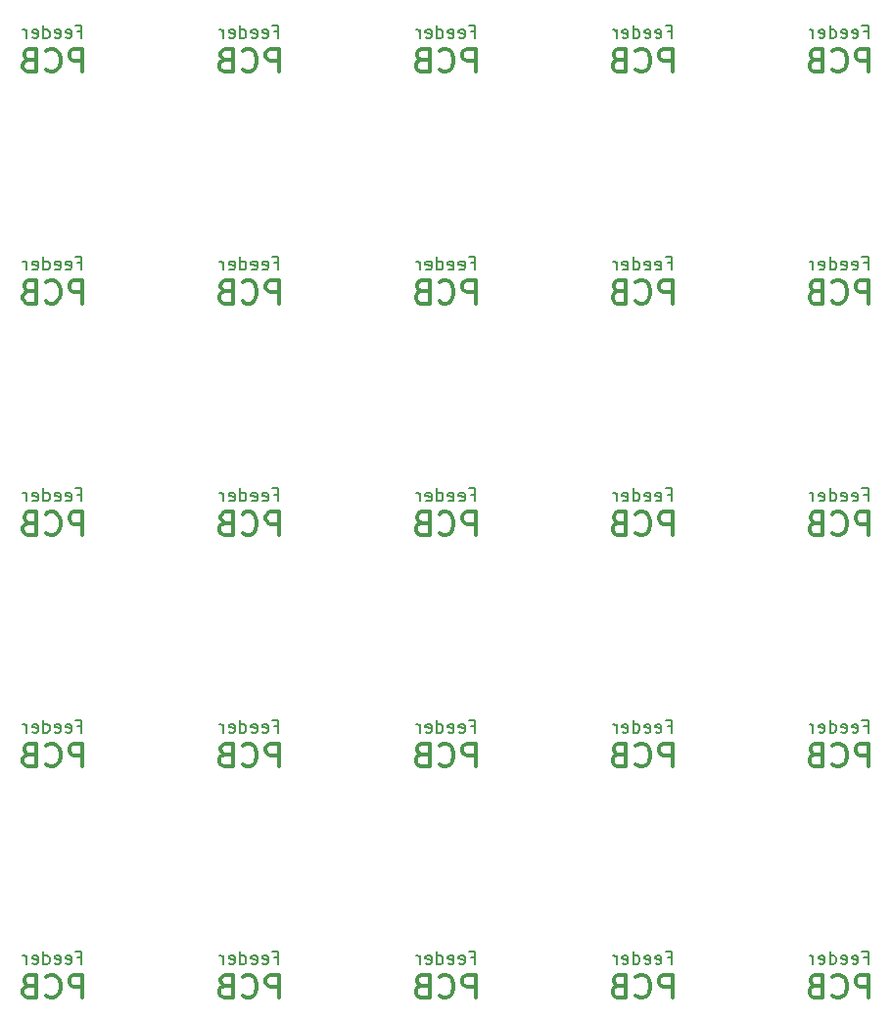
<source format=gbr>
%TF.GenerationSoftware,KiCad,Pcbnew,7.0.2*%
%TF.CreationDate,2024-02-09T22:37:23-05:00*%
%TF.ProjectId,Feeder-Panelized,46656564-6572-42d5-9061-6e656c697a65,rev?*%
%TF.SameCoordinates,Original*%
%TF.FileFunction,Legend,Bot*%
%TF.FilePolarity,Positive*%
%FSLAX46Y46*%
G04 Gerber Fmt 4.6, Leading zero omitted, Abs format (unit mm)*
G04 Created by KiCad (PCBNEW 7.0.2) date 2024-02-09 22:37:23*
%MOMM*%
%LPD*%
G01*
G04 APERTURE LIST*
%ADD10C,0.300000*%
%ADD11C,0.150000*%
G04 APERTURE END LIST*
D10*
X218523809Y-133925238D02*
X218523809Y-131925238D01*
X218523809Y-131925238D02*
X217761904Y-131925238D01*
X217761904Y-131925238D02*
X217571428Y-132020476D01*
X217571428Y-132020476D02*
X217476190Y-132115714D01*
X217476190Y-132115714D02*
X217380952Y-132306190D01*
X217380952Y-132306190D02*
X217380952Y-132591904D01*
X217380952Y-132591904D02*
X217476190Y-132782380D01*
X217476190Y-132782380D02*
X217571428Y-132877619D01*
X217571428Y-132877619D02*
X217761904Y-132972857D01*
X217761904Y-132972857D02*
X218523809Y-132972857D01*
X215380952Y-133734761D02*
X215476190Y-133830000D01*
X215476190Y-133830000D02*
X215761904Y-133925238D01*
X215761904Y-133925238D02*
X215952380Y-133925238D01*
X215952380Y-133925238D02*
X216238095Y-133830000D01*
X216238095Y-133830000D02*
X216428571Y-133639523D01*
X216428571Y-133639523D02*
X216523809Y-133449047D01*
X216523809Y-133449047D02*
X216619047Y-133068095D01*
X216619047Y-133068095D02*
X216619047Y-132782380D01*
X216619047Y-132782380D02*
X216523809Y-132401428D01*
X216523809Y-132401428D02*
X216428571Y-132210952D01*
X216428571Y-132210952D02*
X216238095Y-132020476D01*
X216238095Y-132020476D02*
X215952380Y-131925238D01*
X215952380Y-131925238D02*
X215761904Y-131925238D01*
X215761904Y-131925238D02*
X215476190Y-132020476D01*
X215476190Y-132020476D02*
X215380952Y-132115714D01*
X213857142Y-132877619D02*
X213571428Y-132972857D01*
X213571428Y-132972857D02*
X213476190Y-133068095D01*
X213476190Y-133068095D02*
X213380952Y-133258571D01*
X213380952Y-133258571D02*
X213380952Y-133544285D01*
X213380952Y-133544285D02*
X213476190Y-133734761D01*
X213476190Y-133734761D02*
X213571428Y-133830000D01*
X213571428Y-133830000D02*
X213761904Y-133925238D01*
X213761904Y-133925238D02*
X214523809Y-133925238D01*
X214523809Y-133925238D02*
X214523809Y-131925238D01*
X214523809Y-131925238D02*
X213857142Y-131925238D01*
X213857142Y-131925238D02*
X213666666Y-132020476D01*
X213666666Y-132020476D02*
X213571428Y-132115714D01*
X213571428Y-132115714D02*
X213476190Y-132306190D01*
X213476190Y-132306190D02*
X213476190Y-132496666D01*
X213476190Y-132496666D02*
X213571428Y-132687142D01*
X213571428Y-132687142D02*
X213666666Y-132782380D01*
X213666666Y-132782380D02*
X213857142Y-132877619D01*
X213857142Y-132877619D02*
X214523809Y-132877619D01*
X201523809Y-93925238D02*
X201523809Y-91925238D01*
X201523809Y-91925238D02*
X200761904Y-91925238D01*
X200761904Y-91925238D02*
X200571428Y-92020476D01*
X200571428Y-92020476D02*
X200476190Y-92115714D01*
X200476190Y-92115714D02*
X200380952Y-92306190D01*
X200380952Y-92306190D02*
X200380952Y-92591904D01*
X200380952Y-92591904D02*
X200476190Y-92782380D01*
X200476190Y-92782380D02*
X200571428Y-92877619D01*
X200571428Y-92877619D02*
X200761904Y-92972857D01*
X200761904Y-92972857D02*
X201523809Y-92972857D01*
X198380952Y-93734761D02*
X198476190Y-93830000D01*
X198476190Y-93830000D02*
X198761904Y-93925238D01*
X198761904Y-93925238D02*
X198952380Y-93925238D01*
X198952380Y-93925238D02*
X199238095Y-93830000D01*
X199238095Y-93830000D02*
X199428571Y-93639523D01*
X199428571Y-93639523D02*
X199523809Y-93449047D01*
X199523809Y-93449047D02*
X199619047Y-93068095D01*
X199619047Y-93068095D02*
X199619047Y-92782380D01*
X199619047Y-92782380D02*
X199523809Y-92401428D01*
X199523809Y-92401428D02*
X199428571Y-92210952D01*
X199428571Y-92210952D02*
X199238095Y-92020476D01*
X199238095Y-92020476D02*
X198952380Y-91925238D01*
X198952380Y-91925238D02*
X198761904Y-91925238D01*
X198761904Y-91925238D02*
X198476190Y-92020476D01*
X198476190Y-92020476D02*
X198380952Y-92115714D01*
X196857142Y-92877619D02*
X196571428Y-92972857D01*
X196571428Y-92972857D02*
X196476190Y-93068095D01*
X196476190Y-93068095D02*
X196380952Y-93258571D01*
X196380952Y-93258571D02*
X196380952Y-93544285D01*
X196380952Y-93544285D02*
X196476190Y-93734761D01*
X196476190Y-93734761D02*
X196571428Y-93830000D01*
X196571428Y-93830000D02*
X196761904Y-93925238D01*
X196761904Y-93925238D02*
X197523809Y-93925238D01*
X197523809Y-93925238D02*
X197523809Y-91925238D01*
X197523809Y-91925238D02*
X196857142Y-91925238D01*
X196857142Y-91925238D02*
X196666666Y-92020476D01*
X196666666Y-92020476D02*
X196571428Y-92115714D01*
X196571428Y-92115714D02*
X196476190Y-92306190D01*
X196476190Y-92306190D02*
X196476190Y-92496666D01*
X196476190Y-92496666D02*
X196571428Y-92687142D01*
X196571428Y-92687142D02*
X196666666Y-92782380D01*
X196666666Y-92782380D02*
X196857142Y-92877619D01*
X196857142Y-92877619D02*
X197523809Y-92877619D01*
D11*
X184095237Y-90432690D02*
X184461904Y-90432690D01*
X184461904Y-91008880D02*
X184461904Y-89908880D01*
X184461904Y-89908880D02*
X183938094Y-89908880D01*
X183099999Y-90956500D02*
X183204761Y-91008880D01*
X183204761Y-91008880D02*
X183414285Y-91008880D01*
X183414285Y-91008880D02*
X183519047Y-90956500D01*
X183519047Y-90956500D02*
X183571428Y-90851738D01*
X183571428Y-90851738D02*
X183571428Y-90432690D01*
X183571428Y-90432690D02*
X183519047Y-90327928D01*
X183519047Y-90327928D02*
X183414285Y-90275547D01*
X183414285Y-90275547D02*
X183204761Y-90275547D01*
X183204761Y-90275547D02*
X183099999Y-90327928D01*
X183099999Y-90327928D02*
X183047618Y-90432690D01*
X183047618Y-90432690D02*
X183047618Y-90537452D01*
X183047618Y-90537452D02*
X183571428Y-90642214D01*
X182157142Y-90956500D02*
X182261904Y-91008880D01*
X182261904Y-91008880D02*
X182471428Y-91008880D01*
X182471428Y-91008880D02*
X182576190Y-90956500D01*
X182576190Y-90956500D02*
X182628571Y-90851738D01*
X182628571Y-90851738D02*
X182628571Y-90432690D01*
X182628571Y-90432690D02*
X182576190Y-90327928D01*
X182576190Y-90327928D02*
X182471428Y-90275547D01*
X182471428Y-90275547D02*
X182261904Y-90275547D01*
X182261904Y-90275547D02*
X182157142Y-90327928D01*
X182157142Y-90327928D02*
X182104761Y-90432690D01*
X182104761Y-90432690D02*
X182104761Y-90537452D01*
X182104761Y-90537452D02*
X182628571Y-90642214D01*
X181161904Y-91008880D02*
X181161904Y-89908880D01*
X181161904Y-90956500D02*
X181266666Y-91008880D01*
X181266666Y-91008880D02*
X181476190Y-91008880D01*
X181476190Y-91008880D02*
X181580952Y-90956500D01*
X181580952Y-90956500D02*
X181633333Y-90904119D01*
X181633333Y-90904119D02*
X181685714Y-90799357D01*
X181685714Y-90799357D02*
X181685714Y-90485071D01*
X181685714Y-90485071D02*
X181633333Y-90380309D01*
X181633333Y-90380309D02*
X181580952Y-90327928D01*
X181580952Y-90327928D02*
X181476190Y-90275547D01*
X181476190Y-90275547D02*
X181266666Y-90275547D01*
X181266666Y-90275547D02*
X181161904Y-90327928D01*
X180219047Y-90956500D02*
X180323809Y-91008880D01*
X180323809Y-91008880D02*
X180533333Y-91008880D01*
X180533333Y-91008880D02*
X180638095Y-90956500D01*
X180638095Y-90956500D02*
X180690476Y-90851738D01*
X180690476Y-90851738D02*
X180690476Y-90432690D01*
X180690476Y-90432690D02*
X180638095Y-90327928D01*
X180638095Y-90327928D02*
X180533333Y-90275547D01*
X180533333Y-90275547D02*
X180323809Y-90275547D01*
X180323809Y-90275547D02*
X180219047Y-90327928D01*
X180219047Y-90327928D02*
X180166666Y-90432690D01*
X180166666Y-90432690D02*
X180166666Y-90537452D01*
X180166666Y-90537452D02*
X180690476Y-90642214D01*
X179695238Y-91008880D02*
X179695238Y-90275547D01*
X179695238Y-90485071D02*
X179642857Y-90380309D01*
X179642857Y-90380309D02*
X179590476Y-90327928D01*
X179590476Y-90327928D02*
X179485714Y-90275547D01*
X179485714Y-90275547D02*
X179380952Y-90275547D01*
X201095237Y-170432690D02*
X201461904Y-170432690D01*
X201461904Y-171008880D02*
X201461904Y-169908880D01*
X201461904Y-169908880D02*
X200938094Y-169908880D01*
X200099999Y-170956500D02*
X200204761Y-171008880D01*
X200204761Y-171008880D02*
X200414285Y-171008880D01*
X200414285Y-171008880D02*
X200519047Y-170956500D01*
X200519047Y-170956500D02*
X200571428Y-170851738D01*
X200571428Y-170851738D02*
X200571428Y-170432690D01*
X200571428Y-170432690D02*
X200519047Y-170327928D01*
X200519047Y-170327928D02*
X200414285Y-170275547D01*
X200414285Y-170275547D02*
X200204761Y-170275547D01*
X200204761Y-170275547D02*
X200099999Y-170327928D01*
X200099999Y-170327928D02*
X200047618Y-170432690D01*
X200047618Y-170432690D02*
X200047618Y-170537452D01*
X200047618Y-170537452D02*
X200571428Y-170642214D01*
X199157142Y-170956500D02*
X199261904Y-171008880D01*
X199261904Y-171008880D02*
X199471428Y-171008880D01*
X199471428Y-171008880D02*
X199576190Y-170956500D01*
X199576190Y-170956500D02*
X199628571Y-170851738D01*
X199628571Y-170851738D02*
X199628571Y-170432690D01*
X199628571Y-170432690D02*
X199576190Y-170327928D01*
X199576190Y-170327928D02*
X199471428Y-170275547D01*
X199471428Y-170275547D02*
X199261904Y-170275547D01*
X199261904Y-170275547D02*
X199157142Y-170327928D01*
X199157142Y-170327928D02*
X199104761Y-170432690D01*
X199104761Y-170432690D02*
X199104761Y-170537452D01*
X199104761Y-170537452D02*
X199628571Y-170642214D01*
X198161904Y-171008880D02*
X198161904Y-169908880D01*
X198161904Y-170956500D02*
X198266666Y-171008880D01*
X198266666Y-171008880D02*
X198476190Y-171008880D01*
X198476190Y-171008880D02*
X198580952Y-170956500D01*
X198580952Y-170956500D02*
X198633333Y-170904119D01*
X198633333Y-170904119D02*
X198685714Y-170799357D01*
X198685714Y-170799357D02*
X198685714Y-170485071D01*
X198685714Y-170485071D02*
X198633333Y-170380309D01*
X198633333Y-170380309D02*
X198580952Y-170327928D01*
X198580952Y-170327928D02*
X198476190Y-170275547D01*
X198476190Y-170275547D02*
X198266666Y-170275547D01*
X198266666Y-170275547D02*
X198161904Y-170327928D01*
X197219047Y-170956500D02*
X197323809Y-171008880D01*
X197323809Y-171008880D02*
X197533333Y-171008880D01*
X197533333Y-171008880D02*
X197638095Y-170956500D01*
X197638095Y-170956500D02*
X197690476Y-170851738D01*
X197690476Y-170851738D02*
X197690476Y-170432690D01*
X197690476Y-170432690D02*
X197638095Y-170327928D01*
X197638095Y-170327928D02*
X197533333Y-170275547D01*
X197533333Y-170275547D02*
X197323809Y-170275547D01*
X197323809Y-170275547D02*
X197219047Y-170327928D01*
X197219047Y-170327928D02*
X197166666Y-170432690D01*
X197166666Y-170432690D02*
X197166666Y-170537452D01*
X197166666Y-170537452D02*
X197690476Y-170642214D01*
X196695238Y-171008880D02*
X196695238Y-170275547D01*
X196695238Y-170485071D02*
X196642857Y-170380309D01*
X196642857Y-170380309D02*
X196590476Y-170327928D01*
X196590476Y-170327928D02*
X196485714Y-170275547D01*
X196485714Y-170275547D02*
X196380952Y-170275547D01*
D10*
X184523809Y-153925238D02*
X184523809Y-151925238D01*
X184523809Y-151925238D02*
X183761904Y-151925238D01*
X183761904Y-151925238D02*
X183571428Y-152020476D01*
X183571428Y-152020476D02*
X183476190Y-152115714D01*
X183476190Y-152115714D02*
X183380952Y-152306190D01*
X183380952Y-152306190D02*
X183380952Y-152591904D01*
X183380952Y-152591904D02*
X183476190Y-152782380D01*
X183476190Y-152782380D02*
X183571428Y-152877619D01*
X183571428Y-152877619D02*
X183761904Y-152972857D01*
X183761904Y-152972857D02*
X184523809Y-152972857D01*
X181380952Y-153734761D02*
X181476190Y-153830000D01*
X181476190Y-153830000D02*
X181761904Y-153925238D01*
X181761904Y-153925238D02*
X181952380Y-153925238D01*
X181952380Y-153925238D02*
X182238095Y-153830000D01*
X182238095Y-153830000D02*
X182428571Y-153639523D01*
X182428571Y-153639523D02*
X182523809Y-153449047D01*
X182523809Y-153449047D02*
X182619047Y-153068095D01*
X182619047Y-153068095D02*
X182619047Y-152782380D01*
X182619047Y-152782380D02*
X182523809Y-152401428D01*
X182523809Y-152401428D02*
X182428571Y-152210952D01*
X182428571Y-152210952D02*
X182238095Y-152020476D01*
X182238095Y-152020476D02*
X181952380Y-151925238D01*
X181952380Y-151925238D02*
X181761904Y-151925238D01*
X181761904Y-151925238D02*
X181476190Y-152020476D01*
X181476190Y-152020476D02*
X181380952Y-152115714D01*
X179857142Y-152877619D02*
X179571428Y-152972857D01*
X179571428Y-152972857D02*
X179476190Y-153068095D01*
X179476190Y-153068095D02*
X179380952Y-153258571D01*
X179380952Y-153258571D02*
X179380952Y-153544285D01*
X179380952Y-153544285D02*
X179476190Y-153734761D01*
X179476190Y-153734761D02*
X179571428Y-153830000D01*
X179571428Y-153830000D02*
X179761904Y-153925238D01*
X179761904Y-153925238D02*
X180523809Y-153925238D01*
X180523809Y-153925238D02*
X180523809Y-151925238D01*
X180523809Y-151925238D02*
X179857142Y-151925238D01*
X179857142Y-151925238D02*
X179666666Y-152020476D01*
X179666666Y-152020476D02*
X179571428Y-152115714D01*
X179571428Y-152115714D02*
X179476190Y-152306190D01*
X179476190Y-152306190D02*
X179476190Y-152496666D01*
X179476190Y-152496666D02*
X179571428Y-152687142D01*
X179571428Y-152687142D02*
X179666666Y-152782380D01*
X179666666Y-152782380D02*
X179857142Y-152877619D01*
X179857142Y-152877619D02*
X180523809Y-152877619D01*
D11*
X218095237Y-90432690D02*
X218461904Y-90432690D01*
X218461904Y-91008880D02*
X218461904Y-89908880D01*
X218461904Y-89908880D02*
X217938094Y-89908880D01*
X217099999Y-90956500D02*
X217204761Y-91008880D01*
X217204761Y-91008880D02*
X217414285Y-91008880D01*
X217414285Y-91008880D02*
X217519047Y-90956500D01*
X217519047Y-90956500D02*
X217571428Y-90851738D01*
X217571428Y-90851738D02*
X217571428Y-90432690D01*
X217571428Y-90432690D02*
X217519047Y-90327928D01*
X217519047Y-90327928D02*
X217414285Y-90275547D01*
X217414285Y-90275547D02*
X217204761Y-90275547D01*
X217204761Y-90275547D02*
X217099999Y-90327928D01*
X217099999Y-90327928D02*
X217047618Y-90432690D01*
X217047618Y-90432690D02*
X217047618Y-90537452D01*
X217047618Y-90537452D02*
X217571428Y-90642214D01*
X216157142Y-90956500D02*
X216261904Y-91008880D01*
X216261904Y-91008880D02*
X216471428Y-91008880D01*
X216471428Y-91008880D02*
X216576190Y-90956500D01*
X216576190Y-90956500D02*
X216628571Y-90851738D01*
X216628571Y-90851738D02*
X216628571Y-90432690D01*
X216628571Y-90432690D02*
X216576190Y-90327928D01*
X216576190Y-90327928D02*
X216471428Y-90275547D01*
X216471428Y-90275547D02*
X216261904Y-90275547D01*
X216261904Y-90275547D02*
X216157142Y-90327928D01*
X216157142Y-90327928D02*
X216104761Y-90432690D01*
X216104761Y-90432690D02*
X216104761Y-90537452D01*
X216104761Y-90537452D02*
X216628571Y-90642214D01*
X215161904Y-91008880D02*
X215161904Y-89908880D01*
X215161904Y-90956500D02*
X215266666Y-91008880D01*
X215266666Y-91008880D02*
X215476190Y-91008880D01*
X215476190Y-91008880D02*
X215580952Y-90956500D01*
X215580952Y-90956500D02*
X215633333Y-90904119D01*
X215633333Y-90904119D02*
X215685714Y-90799357D01*
X215685714Y-90799357D02*
X215685714Y-90485071D01*
X215685714Y-90485071D02*
X215633333Y-90380309D01*
X215633333Y-90380309D02*
X215580952Y-90327928D01*
X215580952Y-90327928D02*
X215476190Y-90275547D01*
X215476190Y-90275547D02*
X215266666Y-90275547D01*
X215266666Y-90275547D02*
X215161904Y-90327928D01*
X214219047Y-90956500D02*
X214323809Y-91008880D01*
X214323809Y-91008880D02*
X214533333Y-91008880D01*
X214533333Y-91008880D02*
X214638095Y-90956500D01*
X214638095Y-90956500D02*
X214690476Y-90851738D01*
X214690476Y-90851738D02*
X214690476Y-90432690D01*
X214690476Y-90432690D02*
X214638095Y-90327928D01*
X214638095Y-90327928D02*
X214533333Y-90275547D01*
X214533333Y-90275547D02*
X214323809Y-90275547D01*
X214323809Y-90275547D02*
X214219047Y-90327928D01*
X214219047Y-90327928D02*
X214166666Y-90432690D01*
X214166666Y-90432690D02*
X214166666Y-90537452D01*
X214166666Y-90537452D02*
X214690476Y-90642214D01*
X213695238Y-91008880D02*
X213695238Y-90275547D01*
X213695238Y-90485071D02*
X213642857Y-90380309D01*
X213642857Y-90380309D02*
X213590476Y-90327928D01*
X213590476Y-90327928D02*
X213485714Y-90275547D01*
X213485714Y-90275547D02*
X213380952Y-90275547D01*
X167095237Y-170432690D02*
X167461904Y-170432690D01*
X167461904Y-171008880D02*
X167461904Y-169908880D01*
X167461904Y-169908880D02*
X166938094Y-169908880D01*
X166099999Y-170956500D02*
X166204761Y-171008880D01*
X166204761Y-171008880D02*
X166414285Y-171008880D01*
X166414285Y-171008880D02*
X166519047Y-170956500D01*
X166519047Y-170956500D02*
X166571428Y-170851738D01*
X166571428Y-170851738D02*
X166571428Y-170432690D01*
X166571428Y-170432690D02*
X166519047Y-170327928D01*
X166519047Y-170327928D02*
X166414285Y-170275547D01*
X166414285Y-170275547D02*
X166204761Y-170275547D01*
X166204761Y-170275547D02*
X166099999Y-170327928D01*
X166099999Y-170327928D02*
X166047618Y-170432690D01*
X166047618Y-170432690D02*
X166047618Y-170537452D01*
X166047618Y-170537452D02*
X166571428Y-170642214D01*
X165157142Y-170956500D02*
X165261904Y-171008880D01*
X165261904Y-171008880D02*
X165471428Y-171008880D01*
X165471428Y-171008880D02*
X165576190Y-170956500D01*
X165576190Y-170956500D02*
X165628571Y-170851738D01*
X165628571Y-170851738D02*
X165628571Y-170432690D01*
X165628571Y-170432690D02*
X165576190Y-170327928D01*
X165576190Y-170327928D02*
X165471428Y-170275547D01*
X165471428Y-170275547D02*
X165261904Y-170275547D01*
X165261904Y-170275547D02*
X165157142Y-170327928D01*
X165157142Y-170327928D02*
X165104761Y-170432690D01*
X165104761Y-170432690D02*
X165104761Y-170537452D01*
X165104761Y-170537452D02*
X165628571Y-170642214D01*
X164161904Y-171008880D02*
X164161904Y-169908880D01*
X164161904Y-170956500D02*
X164266666Y-171008880D01*
X164266666Y-171008880D02*
X164476190Y-171008880D01*
X164476190Y-171008880D02*
X164580952Y-170956500D01*
X164580952Y-170956500D02*
X164633333Y-170904119D01*
X164633333Y-170904119D02*
X164685714Y-170799357D01*
X164685714Y-170799357D02*
X164685714Y-170485071D01*
X164685714Y-170485071D02*
X164633333Y-170380309D01*
X164633333Y-170380309D02*
X164580952Y-170327928D01*
X164580952Y-170327928D02*
X164476190Y-170275547D01*
X164476190Y-170275547D02*
X164266666Y-170275547D01*
X164266666Y-170275547D02*
X164161904Y-170327928D01*
X163219047Y-170956500D02*
X163323809Y-171008880D01*
X163323809Y-171008880D02*
X163533333Y-171008880D01*
X163533333Y-171008880D02*
X163638095Y-170956500D01*
X163638095Y-170956500D02*
X163690476Y-170851738D01*
X163690476Y-170851738D02*
X163690476Y-170432690D01*
X163690476Y-170432690D02*
X163638095Y-170327928D01*
X163638095Y-170327928D02*
X163533333Y-170275547D01*
X163533333Y-170275547D02*
X163323809Y-170275547D01*
X163323809Y-170275547D02*
X163219047Y-170327928D01*
X163219047Y-170327928D02*
X163166666Y-170432690D01*
X163166666Y-170432690D02*
X163166666Y-170537452D01*
X163166666Y-170537452D02*
X163690476Y-170642214D01*
X162695238Y-171008880D02*
X162695238Y-170275547D01*
X162695238Y-170485071D02*
X162642857Y-170380309D01*
X162642857Y-170380309D02*
X162590476Y-170327928D01*
X162590476Y-170327928D02*
X162485714Y-170275547D01*
X162485714Y-170275547D02*
X162380952Y-170275547D01*
D10*
X167523809Y-133925238D02*
X167523809Y-131925238D01*
X167523809Y-131925238D02*
X166761904Y-131925238D01*
X166761904Y-131925238D02*
X166571428Y-132020476D01*
X166571428Y-132020476D02*
X166476190Y-132115714D01*
X166476190Y-132115714D02*
X166380952Y-132306190D01*
X166380952Y-132306190D02*
X166380952Y-132591904D01*
X166380952Y-132591904D02*
X166476190Y-132782380D01*
X166476190Y-132782380D02*
X166571428Y-132877619D01*
X166571428Y-132877619D02*
X166761904Y-132972857D01*
X166761904Y-132972857D02*
X167523809Y-132972857D01*
X164380952Y-133734761D02*
X164476190Y-133830000D01*
X164476190Y-133830000D02*
X164761904Y-133925238D01*
X164761904Y-133925238D02*
X164952380Y-133925238D01*
X164952380Y-133925238D02*
X165238095Y-133830000D01*
X165238095Y-133830000D02*
X165428571Y-133639523D01*
X165428571Y-133639523D02*
X165523809Y-133449047D01*
X165523809Y-133449047D02*
X165619047Y-133068095D01*
X165619047Y-133068095D02*
X165619047Y-132782380D01*
X165619047Y-132782380D02*
X165523809Y-132401428D01*
X165523809Y-132401428D02*
X165428571Y-132210952D01*
X165428571Y-132210952D02*
X165238095Y-132020476D01*
X165238095Y-132020476D02*
X164952380Y-131925238D01*
X164952380Y-131925238D02*
X164761904Y-131925238D01*
X164761904Y-131925238D02*
X164476190Y-132020476D01*
X164476190Y-132020476D02*
X164380952Y-132115714D01*
X162857142Y-132877619D02*
X162571428Y-132972857D01*
X162571428Y-132972857D02*
X162476190Y-133068095D01*
X162476190Y-133068095D02*
X162380952Y-133258571D01*
X162380952Y-133258571D02*
X162380952Y-133544285D01*
X162380952Y-133544285D02*
X162476190Y-133734761D01*
X162476190Y-133734761D02*
X162571428Y-133830000D01*
X162571428Y-133830000D02*
X162761904Y-133925238D01*
X162761904Y-133925238D02*
X163523809Y-133925238D01*
X163523809Y-133925238D02*
X163523809Y-131925238D01*
X163523809Y-131925238D02*
X162857142Y-131925238D01*
X162857142Y-131925238D02*
X162666666Y-132020476D01*
X162666666Y-132020476D02*
X162571428Y-132115714D01*
X162571428Y-132115714D02*
X162476190Y-132306190D01*
X162476190Y-132306190D02*
X162476190Y-132496666D01*
X162476190Y-132496666D02*
X162571428Y-132687142D01*
X162571428Y-132687142D02*
X162666666Y-132782380D01*
X162666666Y-132782380D02*
X162857142Y-132877619D01*
X162857142Y-132877619D02*
X163523809Y-132877619D01*
X150523809Y-113925238D02*
X150523809Y-111925238D01*
X150523809Y-111925238D02*
X149761904Y-111925238D01*
X149761904Y-111925238D02*
X149571428Y-112020476D01*
X149571428Y-112020476D02*
X149476190Y-112115714D01*
X149476190Y-112115714D02*
X149380952Y-112306190D01*
X149380952Y-112306190D02*
X149380952Y-112591904D01*
X149380952Y-112591904D02*
X149476190Y-112782380D01*
X149476190Y-112782380D02*
X149571428Y-112877619D01*
X149571428Y-112877619D02*
X149761904Y-112972857D01*
X149761904Y-112972857D02*
X150523809Y-112972857D01*
X147380952Y-113734761D02*
X147476190Y-113830000D01*
X147476190Y-113830000D02*
X147761904Y-113925238D01*
X147761904Y-113925238D02*
X147952380Y-113925238D01*
X147952380Y-113925238D02*
X148238095Y-113830000D01*
X148238095Y-113830000D02*
X148428571Y-113639523D01*
X148428571Y-113639523D02*
X148523809Y-113449047D01*
X148523809Y-113449047D02*
X148619047Y-113068095D01*
X148619047Y-113068095D02*
X148619047Y-112782380D01*
X148619047Y-112782380D02*
X148523809Y-112401428D01*
X148523809Y-112401428D02*
X148428571Y-112210952D01*
X148428571Y-112210952D02*
X148238095Y-112020476D01*
X148238095Y-112020476D02*
X147952380Y-111925238D01*
X147952380Y-111925238D02*
X147761904Y-111925238D01*
X147761904Y-111925238D02*
X147476190Y-112020476D01*
X147476190Y-112020476D02*
X147380952Y-112115714D01*
X145857142Y-112877619D02*
X145571428Y-112972857D01*
X145571428Y-112972857D02*
X145476190Y-113068095D01*
X145476190Y-113068095D02*
X145380952Y-113258571D01*
X145380952Y-113258571D02*
X145380952Y-113544285D01*
X145380952Y-113544285D02*
X145476190Y-113734761D01*
X145476190Y-113734761D02*
X145571428Y-113830000D01*
X145571428Y-113830000D02*
X145761904Y-113925238D01*
X145761904Y-113925238D02*
X146523809Y-113925238D01*
X146523809Y-113925238D02*
X146523809Y-111925238D01*
X146523809Y-111925238D02*
X145857142Y-111925238D01*
X145857142Y-111925238D02*
X145666666Y-112020476D01*
X145666666Y-112020476D02*
X145571428Y-112115714D01*
X145571428Y-112115714D02*
X145476190Y-112306190D01*
X145476190Y-112306190D02*
X145476190Y-112496666D01*
X145476190Y-112496666D02*
X145571428Y-112687142D01*
X145571428Y-112687142D02*
X145666666Y-112782380D01*
X145666666Y-112782380D02*
X145857142Y-112877619D01*
X145857142Y-112877619D02*
X146523809Y-112877619D01*
D11*
X201095237Y-90432690D02*
X201461904Y-90432690D01*
X201461904Y-91008880D02*
X201461904Y-89908880D01*
X201461904Y-89908880D02*
X200938094Y-89908880D01*
X200099999Y-90956500D02*
X200204761Y-91008880D01*
X200204761Y-91008880D02*
X200414285Y-91008880D01*
X200414285Y-91008880D02*
X200519047Y-90956500D01*
X200519047Y-90956500D02*
X200571428Y-90851738D01*
X200571428Y-90851738D02*
X200571428Y-90432690D01*
X200571428Y-90432690D02*
X200519047Y-90327928D01*
X200519047Y-90327928D02*
X200414285Y-90275547D01*
X200414285Y-90275547D02*
X200204761Y-90275547D01*
X200204761Y-90275547D02*
X200099999Y-90327928D01*
X200099999Y-90327928D02*
X200047618Y-90432690D01*
X200047618Y-90432690D02*
X200047618Y-90537452D01*
X200047618Y-90537452D02*
X200571428Y-90642214D01*
X199157142Y-90956500D02*
X199261904Y-91008880D01*
X199261904Y-91008880D02*
X199471428Y-91008880D01*
X199471428Y-91008880D02*
X199576190Y-90956500D01*
X199576190Y-90956500D02*
X199628571Y-90851738D01*
X199628571Y-90851738D02*
X199628571Y-90432690D01*
X199628571Y-90432690D02*
X199576190Y-90327928D01*
X199576190Y-90327928D02*
X199471428Y-90275547D01*
X199471428Y-90275547D02*
X199261904Y-90275547D01*
X199261904Y-90275547D02*
X199157142Y-90327928D01*
X199157142Y-90327928D02*
X199104761Y-90432690D01*
X199104761Y-90432690D02*
X199104761Y-90537452D01*
X199104761Y-90537452D02*
X199628571Y-90642214D01*
X198161904Y-91008880D02*
X198161904Y-89908880D01*
X198161904Y-90956500D02*
X198266666Y-91008880D01*
X198266666Y-91008880D02*
X198476190Y-91008880D01*
X198476190Y-91008880D02*
X198580952Y-90956500D01*
X198580952Y-90956500D02*
X198633333Y-90904119D01*
X198633333Y-90904119D02*
X198685714Y-90799357D01*
X198685714Y-90799357D02*
X198685714Y-90485071D01*
X198685714Y-90485071D02*
X198633333Y-90380309D01*
X198633333Y-90380309D02*
X198580952Y-90327928D01*
X198580952Y-90327928D02*
X198476190Y-90275547D01*
X198476190Y-90275547D02*
X198266666Y-90275547D01*
X198266666Y-90275547D02*
X198161904Y-90327928D01*
X197219047Y-90956500D02*
X197323809Y-91008880D01*
X197323809Y-91008880D02*
X197533333Y-91008880D01*
X197533333Y-91008880D02*
X197638095Y-90956500D01*
X197638095Y-90956500D02*
X197690476Y-90851738D01*
X197690476Y-90851738D02*
X197690476Y-90432690D01*
X197690476Y-90432690D02*
X197638095Y-90327928D01*
X197638095Y-90327928D02*
X197533333Y-90275547D01*
X197533333Y-90275547D02*
X197323809Y-90275547D01*
X197323809Y-90275547D02*
X197219047Y-90327928D01*
X197219047Y-90327928D02*
X197166666Y-90432690D01*
X197166666Y-90432690D02*
X197166666Y-90537452D01*
X197166666Y-90537452D02*
X197690476Y-90642214D01*
X196695238Y-91008880D02*
X196695238Y-90275547D01*
X196695238Y-90485071D02*
X196642857Y-90380309D01*
X196642857Y-90380309D02*
X196590476Y-90327928D01*
X196590476Y-90327928D02*
X196485714Y-90275547D01*
X196485714Y-90275547D02*
X196380952Y-90275547D01*
X218095237Y-110432690D02*
X218461904Y-110432690D01*
X218461904Y-111008880D02*
X218461904Y-109908880D01*
X218461904Y-109908880D02*
X217938094Y-109908880D01*
X217099999Y-110956500D02*
X217204761Y-111008880D01*
X217204761Y-111008880D02*
X217414285Y-111008880D01*
X217414285Y-111008880D02*
X217519047Y-110956500D01*
X217519047Y-110956500D02*
X217571428Y-110851738D01*
X217571428Y-110851738D02*
X217571428Y-110432690D01*
X217571428Y-110432690D02*
X217519047Y-110327928D01*
X217519047Y-110327928D02*
X217414285Y-110275547D01*
X217414285Y-110275547D02*
X217204761Y-110275547D01*
X217204761Y-110275547D02*
X217099999Y-110327928D01*
X217099999Y-110327928D02*
X217047618Y-110432690D01*
X217047618Y-110432690D02*
X217047618Y-110537452D01*
X217047618Y-110537452D02*
X217571428Y-110642214D01*
X216157142Y-110956500D02*
X216261904Y-111008880D01*
X216261904Y-111008880D02*
X216471428Y-111008880D01*
X216471428Y-111008880D02*
X216576190Y-110956500D01*
X216576190Y-110956500D02*
X216628571Y-110851738D01*
X216628571Y-110851738D02*
X216628571Y-110432690D01*
X216628571Y-110432690D02*
X216576190Y-110327928D01*
X216576190Y-110327928D02*
X216471428Y-110275547D01*
X216471428Y-110275547D02*
X216261904Y-110275547D01*
X216261904Y-110275547D02*
X216157142Y-110327928D01*
X216157142Y-110327928D02*
X216104761Y-110432690D01*
X216104761Y-110432690D02*
X216104761Y-110537452D01*
X216104761Y-110537452D02*
X216628571Y-110642214D01*
X215161904Y-111008880D02*
X215161904Y-109908880D01*
X215161904Y-110956500D02*
X215266666Y-111008880D01*
X215266666Y-111008880D02*
X215476190Y-111008880D01*
X215476190Y-111008880D02*
X215580952Y-110956500D01*
X215580952Y-110956500D02*
X215633333Y-110904119D01*
X215633333Y-110904119D02*
X215685714Y-110799357D01*
X215685714Y-110799357D02*
X215685714Y-110485071D01*
X215685714Y-110485071D02*
X215633333Y-110380309D01*
X215633333Y-110380309D02*
X215580952Y-110327928D01*
X215580952Y-110327928D02*
X215476190Y-110275547D01*
X215476190Y-110275547D02*
X215266666Y-110275547D01*
X215266666Y-110275547D02*
X215161904Y-110327928D01*
X214219047Y-110956500D02*
X214323809Y-111008880D01*
X214323809Y-111008880D02*
X214533333Y-111008880D01*
X214533333Y-111008880D02*
X214638095Y-110956500D01*
X214638095Y-110956500D02*
X214690476Y-110851738D01*
X214690476Y-110851738D02*
X214690476Y-110432690D01*
X214690476Y-110432690D02*
X214638095Y-110327928D01*
X214638095Y-110327928D02*
X214533333Y-110275547D01*
X214533333Y-110275547D02*
X214323809Y-110275547D01*
X214323809Y-110275547D02*
X214219047Y-110327928D01*
X214219047Y-110327928D02*
X214166666Y-110432690D01*
X214166666Y-110432690D02*
X214166666Y-110537452D01*
X214166666Y-110537452D02*
X214690476Y-110642214D01*
X213695238Y-111008880D02*
X213695238Y-110275547D01*
X213695238Y-110485071D02*
X213642857Y-110380309D01*
X213642857Y-110380309D02*
X213590476Y-110327928D01*
X213590476Y-110327928D02*
X213485714Y-110275547D01*
X213485714Y-110275547D02*
X213380952Y-110275547D01*
D10*
X184523809Y-133925238D02*
X184523809Y-131925238D01*
X184523809Y-131925238D02*
X183761904Y-131925238D01*
X183761904Y-131925238D02*
X183571428Y-132020476D01*
X183571428Y-132020476D02*
X183476190Y-132115714D01*
X183476190Y-132115714D02*
X183380952Y-132306190D01*
X183380952Y-132306190D02*
X183380952Y-132591904D01*
X183380952Y-132591904D02*
X183476190Y-132782380D01*
X183476190Y-132782380D02*
X183571428Y-132877619D01*
X183571428Y-132877619D02*
X183761904Y-132972857D01*
X183761904Y-132972857D02*
X184523809Y-132972857D01*
X181380952Y-133734761D02*
X181476190Y-133830000D01*
X181476190Y-133830000D02*
X181761904Y-133925238D01*
X181761904Y-133925238D02*
X181952380Y-133925238D01*
X181952380Y-133925238D02*
X182238095Y-133830000D01*
X182238095Y-133830000D02*
X182428571Y-133639523D01*
X182428571Y-133639523D02*
X182523809Y-133449047D01*
X182523809Y-133449047D02*
X182619047Y-133068095D01*
X182619047Y-133068095D02*
X182619047Y-132782380D01*
X182619047Y-132782380D02*
X182523809Y-132401428D01*
X182523809Y-132401428D02*
X182428571Y-132210952D01*
X182428571Y-132210952D02*
X182238095Y-132020476D01*
X182238095Y-132020476D02*
X181952380Y-131925238D01*
X181952380Y-131925238D02*
X181761904Y-131925238D01*
X181761904Y-131925238D02*
X181476190Y-132020476D01*
X181476190Y-132020476D02*
X181380952Y-132115714D01*
X179857142Y-132877619D02*
X179571428Y-132972857D01*
X179571428Y-132972857D02*
X179476190Y-133068095D01*
X179476190Y-133068095D02*
X179380952Y-133258571D01*
X179380952Y-133258571D02*
X179380952Y-133544285D01*
X179380952Y-133544285D02*
X179476190Y-133734761D01*
X179476190Y-133734761D02*
X179571428Y-133830000D01*
X179571428Y-133830000D02*
X179761904Y-133925238D01*
X179761904Y-133925238D02*
X180523809Y-133925238D01*
X180523809Y-133925238D02*
X180523809Y-131925238D01*
X180523809Y-131925238D02*
X179857142Y-131925238D01*
X179857142Y-131925238D02*
X179666666Y-132020476D01*
X179666666Y-132020476D02*
X179571428Y-132115714D01*
X179571428Y-132115714D02*
X179476190Y-132306190D01*
X179476190Y-132306190D02*
X179476190Y-132496666D01*
X179476190Y-132496666D02*
X179571428Y-132687142D01*
X179571428Y-132687142D02*
X179666666Y-132782380D01*
X179666666Y-132782380D02*
X179857142Y-132877619D01*
X179857142Y-132877619D02*
X180523809Y-132877619D01*
D11*
X201095237Y-130432690D02*
X201461904Y-130432690D01*
X201461904Y-131008880D02*
X201461904Y-129908880D01*
X201461904Y-129908880D02*
X200938094Y-129908880D01*
X200099999Y-130956500D02*
X200204761Y-131008880D01*
X200204761Y-131008880D02*
X200414285Y-131008880D01*
X200414285Y-131008880D02*
X200519047Y-130956500D01*
X200519047Y-130956500D02*
X200571428Y-130851738D01*
X200571428Y-130851738D02*
X200571428Y-130432690D01*
X200571428Y-130432690D02*
X200519047Y-130327928D01*
X200519047Y-130327928D02*
X200414285Y-130275547D01*
X200414285Y-130275547D02*
X200204761Y-130275547D01*
X200204761Y-130275547D02*
X200099999Y-130327928D01*
X200099999Y-130327928D02*
X200047618Y-130432690D01*
X200047618Y-130432690D02*
X200047618Y-130537452D01*
X200047618Y-130537452D02*
X200571428Y-130642214D01*
X199157142Y-130956500D02*
X199261904Y-131008880D01*
X199261904Y-131008880D02*
X199471428Y-131008880D01*
X199471428Y-131008880D02*
X199576190Y-130956500D01*
X199576190Y-130956500D02*
X199628571Y-130851738D01*
X199628571Y-130851738D02*
X199628571Y-130432690D01*
X199628571Y-130432690D02*
X199576190Y-130327928D01*
X199576190Y-130327928D02*
X199471428Y-130275547D01*
X199471428Y-130275547D02*
X199261904Y-130275547D01*
X199261904Y-130275547D02*
X199157142Y-130327928D01*
X199157142Y-130327928D02*
X199104761Y-130432690D01*
X199104761Y-130432690D02*
X199104761Y-130537452D01*
X199104761Y-130537452D02*
X199628571Y-130642214D01*
X198161904Y-131008880D02*
X198161904Y-129908880D01*
X198161904Y-130956500D02*
X198266666Y-131008880D01*
X198266666Y-131008880D02*
X198476190Y-131008880D01*
X198476190Y-131008880D02*
X198580952Y-130956500D01*
X198580952Y-130956500D02*
X198633333Y-130904119D01*
X198633333Y-130904119D02*
X198685714Y-130799357D01*
X198685714Y-130799357D02*
X198685714Y-130485071D01*
X198685714Y-130485071D02*
X198633333Y-130380309D01*
X198633333Y-130380309D02*
X198580952Y-130327928D01*
X198580952Y-130327928D02*
X198476190Y-130275547D01*
X198476190Y-130275547D02*
X198266666Y-130275547D01*
X198266666Y-130275547D02*
X198161904Y-130327928D01*
X197219047Y-130956500D02*
X197323809Y-131008880D01*
X197323809Y-131008880D02*
X197533333Y-131008880D01*
X197533333Y-131008880D02*
X197638095Y-130956500D01*
X197638095Y-130956500D02*
X197690476Y-130851738D01*
X197690476Y-130851738D02*
X197690476Y-130432690D01*
X197690476Y-130432690D02*
X197638095Y-130327928D01*
X197638095Y-130327928D02*
X197533333Y-130275547D01*
X197533333Y-130275547D02*
X197323809Y-130275547D01*
X197323809Y-130275547D02*
X197219047Y-130327928D01*
X197219047Y-130327928D02*
X197166666Y-130432690D01*
X197166666Y-130432690D02*
X197166666Y-130537452D01*
X197166666Y-130537452D02*
X197690476Y-130642214D01*
X196695238Y-131008880D02*
X196695238Y-130275547D01*
X196695238Y-130485071D02*
X196642857Y-130380309D01*
X196642857Y-130380309D02*
X196590476Y-130327928D01*
X196590476Y-130327928D02*
X196485714Y-130275547D01*
X196485714Y-130275547D02*
X196380952Y-130275547D01*
D10*
X184523809Y-173925238D02*
X184523809Y-171925238D01*
X184523809Y-171925238D02*
X183761904Y-171925238D01*
X183761904Y-171925238D02*
X183571428Y-172020476D01*
X183571428Y-172020476D02*
X183476190Y-172115714D01*
X183476190Y-172115714D02*
X183380952Y-172306190D01*
X183380952Y-172306190D02*
X183380952Y-172591904D01*
X183380952Y-172591904D02*
X183476190Y-172782380D01*
X183476190Y-172782380D02*
X183571428Y-172877619D01*
X183571428Y-172877619D02*
X183761904Y-172972857D01*
X183761904Y-172972857D02*
X184523809Y-172972857D01*
X181380952Y-173734761D02*
X181476190Y-173830000D01*
X181476190Y-173830000D02*
X181761904Y-173925238D01*
X181761904Y-173925238D02*
X181952380Y-173925238D01*
X181952380Y-173925238D02*
X182238095Y-173830000D01*
X182238095Y-173830000D02*
X182428571Y-173639523D01*
X182428571Y-173639523D02*
X182523809Y-173449047D01*
X182523809Y-173449047D02*
X182619047Y-173068095D01*
X182619047Y-173068095D02*
X182619047Y-172782380D01*
X182619047Y-172782380D02*
X182523809Y-172401428D01*
X182523809Y-172401428D02*
X182428571Y-172210952D01*
X182428571Y-172210952D02*
X182238095Y-172020476D01*
X182238095Y-172020476D02*
X181952380Y-171925238D01*
X181952380Y-171925238D02*
X181761904Y-171925238D01*
X181761904Y-171925238D02*
X181476190Y-172020476D01*
X181476190Y-172020476D02*
X181380952Y-172115714D01*
X179857142Y-172877619D02*
X179571428Y-172972857D01*
X179571428Y-172972857D02*
X179476190Y-173068095D01*
X179476190Y-173068095D02*
X179380952Y-173258571D01*
X179380952Y-173258571D02*
X179380952Y-173544285D01*
X179380952Y-173544285D02*
X179476190Y-173734761D01*
X179476190Y-173734761D02*
X179571428Y-173830000D01*
X179571428Y-173830000D02*
X179761904Y-173925238D01*
X179761904Y-173925238D02*
X180523809Y-173925238D01*
X180523809Y-173925238D02*
X180523809Y-171925238D01*
X180523809Y-171925238D02*
X179857142Y-171925238D01*
X179857142Y-171925238D02*
X179666666Y-172020476D01*
X179666666Y-172020476D02*
X179571428Y-172115714D01*
X179571428Y-172115714D02*
X179476190Y-172306190D01*
X179476190Y-172306190D02*
X179476190Y-172496666D01*
X179476190Y-172496666D02*
X179571428Y-172687142D01*
X179571428Y-172687142D02*
X179666666Y-172782380D01*
X179666666Y-172782380D02*
X179857142Y-172877619D01*
X179857142Y-172877619D02*
X180523809Y-172877619D01*
X201523809Y-173925238D02*
X201523809Y-171925238D01*
X201523809Y-171925238D02*
X200761904Y-171925238D01*
X200761904Y-171925238D02*
X200571428Y-172020476D01*
X200571428Y-172020476D02*
X200476190Y-172115714D01*
X200476190Y-172115714D02*
X200380952Y-172306190D01*
X200380952Y-172306190D02*
X200380952Y-172591904D01*
X200380952Y-172591904D02*
X200476190Y-172782380D01*
X200476190Y-172782380D02*
X200571428Y-172877619D01*
X200571428Y-172877619D02*
X200761904Y-172972857D01*
X200761904Y-172972857D02*
X201523809Y-172972857D01*
X198380952Y-173734761D02*
X198476190Y-173830000D01*
X198476190Y-173830000D02*
X198761904Y-173925238D01*
X198761904Y-173925238D02*
X198952380Y-173925238D01*
X198952380Y-173925238D02*
X199238095Y-173830000D01*
X199238095Y-173830000D02*
X199428571Y-173639523D01*
X199428571Y-173639523D02*
X199523809Y-173449047D01*
X199523809Y-173449047D02*
X199619047Y-173068095D01*
X199619047Y-173068095D02*
X199619047Y-172782380D01*
X199619047Y-172782380D02*
X199523809Y-172401428D01*
X199523809Y-172401428D02*
X199428571Y-172210952D01*
X199428571Y-172210952D02*
X199238095Y-172020476D01*
X199238095Y-172020476D02*
X198952380Y-171925238D01*
X198952380Y-171925238D02*
X198761904Y-171925238D01*
X198761904Y-171925238D02*
X198476190Y-172020476D01*
X198476190Y-172020476D02*
X198380952Y-172115714D01*
X196857142Y-172877619D02*
X196571428Y-172972857D01*
X196571428Y-172972857D02*
X196476190Y-173068095D01*
X196476190Y-173068095D02*
X196380952Y-173258571D01*
X196380952Y-173258571D02*
X196380952Y-173544285D01*
X196380952Y-173544285D02*
X196476190Y-173734761D01*
X196476190Y-173734761D02*
X196571428Y-173830000D01*
X196571428Y-173830000D02*
X196761904Y-173925238D01*
X196761904Y-173925238D02*
X197523809Y-173925238D01*
X197523809Y-173925238D02*
X197523809Y-171925238D01*
X197523809Y-171925238D02*
X196857142Y-171925238D01*
X196857142Y-171925238D02*
X196666666Y-172020476D01*
X196666666Y-172020476D02*
X196571428Y-172115714D01*
X196571428Y-172115714D02*
X196476190Y-172306190D01*
X196476190Y-172306190D02*
X196476190Y-172496666D01*
X196476190Y-172496666D02*
X196571428Y-172687142D01*
X196571428Y-172687142D02*
X196666666Y-172782380D01*
X196666666Y-172782380D02*
X196857142Y-172877619D01*
X196857142Y-172877619D02*
X197523809Y-172877619D01*
X167523809Y-93925238D02*
X167523809Y-91925238D01*
X167523809Y-91925238D02*
X166761904Y-91925238D01*
X166761904Y-91925238D02*
X166571428Y-92020476D01*
X166571428Y-92020476D02*
X166476190Y-92115714D01*
X166476190Y-92115714D02*
X166380952Y-92306190D01*
X166380952Y-92306190D02*
X166380952Y-92591904D01*
X166380952Y-92591904D02*
X166476190Y-92782380D01*
X166476190Y-92782380D02*
X166571428Y-92877619D01*
X166571428Y-92877619D02*
X166761904Y-92972857D01*
X166761904Y-92972857D02*
X167523809Y-92972857D01*
X164380952Y-93734761D02*
X164476190Y-93830000D01*
X164476190Y-93830000D02*
X164761904Y-93925238D01*
X164761904Y-93925238D02*
X164952380Y-93925238D01*
X164952380Y-93925238D02*
X165238095Y-93830000D01*
X165238095Y-93830000D02*
X165428571Y-93639523D01*
X165428571Y-93639523D02*
X165523809Y-93449047D01*
X165523809Y-93449047D02*
X165619047Y-93068095D01*
X165619047Y-93068095D02*
X165619047Y-92782380D01*
X165619047Y-92782380D02*
X165523809Y-92401428D01*
X165523809Y-92401428D02*
X165428571Y-92210952D01*
X165428571Y-92210952D02*
X165238095Y-92020476D01*
X165238095Y-92020476D02*
X164952380Y-91925238D01*
X164952380Y-91925238D02*
X164761904Y-91925238D01*
X164761904Y-91925238D02*
X164476190Y-92020476D01*
X164476190Y-92020476D02*
X164380952Y-92115714D01*
X162857142Y-92877619D02*
X162571428Y-92972857D01*
X162571428Y-92972857D02*
X162476190Y-93068095D01*
X162476190Y-93068095D02*
X162380952Y-93258571D01*
X162380952Y-93258571D02*
X162380952Y-93544285D01*
X162380952Y-93544285D02*
X162476190Y-93734761D01*
X162476190Y-93734761D02*
X162571428Y-93830000D01*
X162571428Y-93830000D02*
X162761904Y-93925238D01*
X162761904Y-93925238D02*
X163523809Y-93925238D01*
X163523809Y-93925238D02*
X163523809Y-91925238D01*
X163523809Y-91925238D02*
X162857142Y-91925238D01*
X162857142Y-91925238D02*
X162666666Y-92020476D01*
X162666666Y-92020476D02*
X162571428Y-92115714D01*
X162571428Y-92115714D02*
X162476190Y-92306190D01*
X162476190Y-92306190D02*
X162476190Y-92496666D01*
X162476190Y-92496666D02*
X162571428Y-92687142D01*
X162571428Y-92687142D02*
X162666666Y-92782380D01*
X162666666Y-92782380D02*
X162857142Y-92877619D01*
X162857142Y-92877619D02*
X163523809Y-92877619D01*
D11*
X184095237Y-150432690D02*
X184461904Y-150432690D01*
X184461904Y-151008880D02*
X184461904Y-149908880D01*
X184461904Y-149908880D02*
X183938094Y-149908880D01*
X183099999Y-150956500D02*
X183204761Y-151008880D01*
X183204761Y-151008880D02*
X183414285Y-151008880D01*
X183414285Y-151008880D02*
X183519047Y-150956500D01*
X183519047Y-150956500D02*
X183571428Y-150851738D01*
X183571428Y-150851738D02*
X183571428Y-150432690D01*
X183571428Y-150432690D02*
X183519047Y-150327928D01*
X183519047Y-150327928D02*
X183414285Y-150275547D01*
X183414285Y-150275547D02*
X183204761Y-150275547D01*
X183204761Y-150275547D02*
X183099999Y-150327928D01*
X183099999Y-150327928D02*
X183047618Y-150432690D01*
X183047618Y-150432690D02*
X183047618Y-150537452D01*
X183047618Y-150537452D02*
X183571428Y-150642214D01*
X182157142Y-150956500D02*
X182261904Y-151008880D01*
X182261904Y-151008880D02*
X182471428Y-151008880D01*
X182471428Y-151008880D02*
X182576190Y-150956500D01*
X182576190Y-150956500D02*
X182628571Y-150851738D01*
X182628571Y-150851738D02*
X182628571Y-150432690D01*
X182628571Y-150432690D02*
X182576190Y-150327928D01*
X182576190Y-150327928D02*
X182471428Y-150275547D01*
X182471428Y-150275547D02*
X182261904Y-150275547D01*
X182261904Y-150275547D02*
X182157142Y-150327928D01*
X182157142Y-150327928D02*
X182104761Y-150432690D01*
X182104761Y-150432690D02*
X182104761Y-150537452D01*
X182104761Y-150537452D02*
X182628571Y-150642214D01*
X181161904Y-151008880D02*
X181161904Y-149908880D01*
X181161904Y-150956500D02*
X181266666Y-151008880D01*
X181266666Y-151008880D02*
X181476190Y-151008880D01*
X181476190Y-151008880D02*
X181580952Y-150956500D01*
X181580952Y-150956500D02*
X181633333Y-150904119D01*
X181633333Y-150904119D02*
X181685714Y-150799357D01*
X181685714Y-150799357D02*
X181685714Y-150485071D01*
X181685714Y-150485071D02*
X181633333Y-150380309D01*
X181633333Y-150380309D02*
X181580952Y-150327928D01*
X181580952Y-150327928D02*
X181476190Y-150275547D01*
X181476190Y-150275547D02*
X181266666Y-150275547D01*
X181266666Y-150275547D02*
X181161904Y-150327928D01*
X180219047Y-150956500D02*
X180323809Y-151008880D01*
X180323809Y-151008880D02*
X180533333Y-151008880D01*
X180533333Y-151008880D02*
X180638095Y-150956500D01*
X180638095Y-150956500D02*
X180690476Y-150851738D01*
X180690476Y-150851738D02*
X180690476Y-150432690D01*
X180690476Y-150432690D02*
X180638095Y-150327928D01*
X180638095Y-150327928D02*
X180533333Y-150275547D01*
X180533333Y-150275547D02*
X180323809Y-150275547D01*
X180323809Y-150275547D02*
X180219047Y-150327928D01*
X180219047Y-150327928D02*
X180166666Y-150432690D01*
X180166666Y-150432690D02*
X180166666Y-150537452D01*
X180166666Y-150537452D02*
X180690476Y-150642214D01*
X179695238Y-151008880D02*
X179695238Y-150275547D01*
X179695238Y-150485071D02*
X179642857Y-150380309D01*
X179642857Y-150380309D02*
X179590476Y-150327928D01*
X179590476Y-150327928D02*
X179485714Y-150275547D01*
X179485714Y-150275547D02*
X179380952Y-150275547D01*
X167095237Y-110432690D02*
X167461904Y-110432690D01*
X167461904Y-111008880D02*
X167461904Y-109908880D01*
X167461904Y-109908880D02*
X166938094Y-109908880D01*
X166099999Y-110956500D02*
X166204761Y-111008880D01*
X166204761Y-111008880D02*
X166414285Y-111008880D01*
X166414285Y-111008880D02*
X166519047Y-110956500D01*
X166519047Y-110956500D02*
X166571428Y-110851738D01*
X166571428Y-110851738D02*
X166571428Y-110432690D01*
X166571428Y-110432690D02*
X166519047Y-110327928D01*
X166519047Y-110327928D02*
X166414285Y-110275547D01*
X166414285Y-110275547D02*
X166204761Y-110275547D01*
X166204761Y-110275547D02*
X166099999Y-110327928D01*
X166099999Y-110327928D02*
X166047618Y-110432690D01*
X166047618Y-110432690D02*
X166047618Y-110537452D01*
X166047618Y-110537452D02*
X166571428Y-110642214D01*
X165157142Y-110956500D02*
X165261904Y-111008880D01*
X165261904Y-111008880D02*
X165471428Y-111008880D01*
X165471428Y-111008880D02*
X165576190Y-110956500D01*
X165576190Y-110956500D02*
X165628571Y-110851738D01*
X165628571Y-110851738D02*
X165628571Y-110432690D01*
X165628571Y-110432690D02*
X165576190Y-110327928D01*
X165576190Y-110327928D02*
X165471428Y-110275547D01*
X165471428Y-110275547D02*
X165261904Y-110275547D01*
X165261904Y-110275547D02*
X165157142Y-110327928D01*
X165157142Y-110327928D02*
X165104761Y-110432690D01*
X165104761Y-110432690D02*
X165104761Y-110537452D01*
X165104761Y-110537452D02*
X165628571Y-110642214D01*
X164161904Y-111008880D02*
X164161904Y-109908880D01*
X164161904Y-110956500D02*
X164266666Y-111008880D01*
X164266666Y-111008880D02*
X164476190Y-111008880D01*
X164476190Y-111008880D02*
X164580952Y-110956500D01*
X164580952Y-110956500D02*
X164633333Y-110904119D01*
X164633333Y-110904119D02*
X164685714Y-110799357D01*
X164685714Y-110799357D02*
X164685714Y-110485071D01*
X164685714Y-110485071D02*
X164633333Y-110380309D01*
X164633333Y-110380309D02*
X164580952Y-110327928D01*
X164580952Y-110327928D02*
X164476190Y-110275547D01*
X164476190Y-110275547D02*
X164266666Y-110275547D01*
X164266666Y-110275547D02*
X164161904Y-110327928D01*
X163219047Y-110956500D02*
X163323809Y-111008880D01*
X163323809Y-111008880D02*
X163533333Y-111008880D01*
X163533333Y-111008880D02*
X163638095Y-110956500D01*
X163638095Y-110956500D02*
X163690476Y-110851738D01*
X163690476Y-110851738D02*
X163690476Y-110432690D01*
X163690476Y-110432690D02*
X163638095Y-110327928D01*
X163638095Y-110327928D02*
X163533333Y-110275547D01*
X163533333Y-110275547D02*
X163323809Y-110275547D01*
X163323809Y-110275547D02*
X163219047Y-110327928D01*
X163219047Y-110327928D02*
X163166666Y-110432690D01*
X163166666Y-110432690D02*
X163166666Y-110537452D01*
X163166666Y-110537452D02*
X163690476Y-110642214D01*
X162695238Y-111008880D02*
X162695238Y-110275547D01*
X162695238Y-110485071D02*
X162642857Y-110380309D01*
X162642857Y-110380309D02*
X162590476Y-110327928D01*
X162590476Y-110327928D02*
X162485714Y-110275547D01*
X162485714Y-110275547D02*
X162380952Y-110275547D01*
X218095237Y-150432690D02*
X218461904Y-150432690D01*
X218461904Y-151008880D02*
X218461904Y-149908880D01*
X218461904Y-149908880D02*
X217938094Y-149908880D01*
X217099999Y-150956500D02*
X217204761Y-151008880D01*
X217204761Y-151008880D02*
X217414285Y-151008880D01*
X217414285Y-151008880D02*
X217519047Y-150956500D01*
X217519047Y-150956500D02*
X217571428Y-150851738D01*
X217571428Y-150851738D02*
X217571428Y-150432690D01*
X217571428Y-150432690D02*
X217519047Y-150327928D01*
X217519047Y-150327928D02*
X217414285Y-150275547D01*
X217414285Y-150275547D02*
X217204761Y-150275547D01*
X217204761Y-150275547D02*
X217099999Y-150327928D01*
X217099999Y-150327928D02*
X217047618Y-150432690D01*
X217047618Y-150432690D02*
X217047618Y-150537452D01*
X217047618Y-150537452D02*
X217571428Y-150642214D01*
X216157142Y-150956500D02*
X216261904Y-151008880D01*
X216261904Y-151008880D02*
X216471428Y-151008880D01*
X216471428Y-151008880D02*
X216576190Y-150956500D01*
X216576190Y-150956500D02*
X216628571Y-150851738D01*
X216628571Y-150851738D02*
X216628571Y-150432690D01*
X216628571Y-150432690D02*
X216576190Y-150327928D01*
X216576190Y-150327928D02*
X216471428Y-150275547D01*
X216471428Y-150275547D02*
X216261904Y-150275547D01*
X216261904Y-150275547D02*
X216157142Y-150327928D01*
X216157142Y-150327928D02*
X216104761Y-150432690D01*
X216104761Y-150432690D02*
X216104761Y-150537452D01*
X216104761Y-150537452D02*
X216628571Y-150642214D01*
X215161904Y-151008880D02*
X215161904Y-149908880D01*
X215161904Y-150956500D02*
X215266666Y-151008880D01*
X215266666Y-151008880D02*
X215476190Y-151008880D01*
X215476190Y-151008880D02*
X215580952Y-150956500D01*
X215580952Y-150956500D02*
X215633333Y-150904119D01*
X215633333Y-150904119D02*
X215685714Y-150799357D01*
X215685714Y-150799357D02*
X215685714Y-150485071D01*
X215685714Y-150485071D02*
X215633333Y-150380309D01*
X215633333Y-150380309D02*
X215580952Y-150327928D01*
X215580952Y-150327928D02*
X215476190Y-150275547D01*
X215476190Y-150275547D02*
X215266666Y-150275547D01*
X215266666Y-150275547D02*
X215161904Y-150327928D01*
X214219047Y-150956500D02*
X214323809Y-151008880D01*
X214323809Y-151008880D02*
X214533333Y-151008880D01*
X214533333Y-151008880D02*
X214638095Y-150956500D01*
X214638095Y-150956500D02*
X214690476Y-150851738D01*
X214690476Y-150851738D02*
X214690476Y-150432690D01*
X214690476Y-150432690D02*
X214638095Y-150327928D01*
X214638095Y-150327928D02*
X214533333Y-150275547D01*
X214533333Y-150275547D02*
X214323809Y-150275547D01*
X214323809Y-150275547D02*
X214219047Y-150327928D01*
X214219047Y-150327928D02*
X214166666Y-150432690D01*
X214166666Y-150432690D02*
X214166666Y-150537452D01*
X214166666Y-150537452D02*
X214690476Y-150642214D01*
X213695238Y-151008880D02*
X213695238Y-150275547D01*
X213695238Y-150485071D02*
X213642857Y-150380309D01*
X213642857Y-150380309D02*
X213590476Y-150327928D01*
X213590476Y-150327928D02*
X213485714Y-150275547D01*
X213485714Y-150275547D02*
X213380952Y-150275547D01*
X167095237Y-130432690D02*
X167461904Y-130432690D01*
X167461904Y-131008880D02*
X167461904Y-129908880D01*
X167461904Y-129908880D02*
X166938094Y-129908880D01*
X166099999Y-130956500D02*
X166204761Y-131008880D01*
X166204761Y-131008880D02*
X166414285Y-131008880D01*
X166414285Y-131008880D02*
X166519047Y-130956500D01*
X166519047Y-130956500D02*
X166571428Y-130851738D01*
X166571428Y-130851738D02*
X166571428Y-130432690D01*
X166571428Y-130432690D02*
X166519047Y-130327928D01*
X166519047Y-130327928D02*
X166414285Y-130275547D01*
X166414285Y-130275547D02*
X166204761Y-130275547D01*
X166204761Y-130275547D02*
X166099999Y-130327928D01*
X166099999Y-130327928D02*
X166047618Y-130432690D01*
X166047618Y-130432690D02*
X166047618Y-130537452D01*
X166047618Y-130537452D02*
X166571428Y-130642214D01*
X165157142Y-130956500D02*
X165261904Y-131008880D01*
X165261904Y-131008880D02*
X165471428Y-131008880D01*
X165471428Y-131008880D02*
X165576190Y-130956500D01*
X165576190Y-130956500D02*
X165628571Y-130851738D01*
X165628571Y-130851738D02*
X165628571Y-130432690D01*
X165628571Y-130432690D02*
X165576190Y-130327928D01*
X165576190Y-130327928D02*
X165471428Y-130275547D01*
X165471428Y-130275547D02*
X165261904Y-130275547D01*
X165261904Y-130275547D02*
X165157142Y-130327928D01*
X165157142Y-130327928D02*
X165104761Y-130432690D01*
X165104761Y-130432690D02*
X165104761Y-130537452D01*
X165104761Y-130537452D02*
X165628571Y-130642214D01*
X164161904Y-131008880D02*
X164161904Y-129908880D01*
X164161904Y-130956500D02*
X164266666Y-131008880D01*
X164266666Y-131008880D02*
X164476190Y-131008880D01*
X164476190Y-131008880D02*
X164580952Y-130956500D01*
X164580952Y-130956500D02*
X164633333Y-130904119D01*
X164633333Y-130904119D02*
X164685714Y-130799357D01*
X164685714Y-130799357D02*
X164685714Y-130485071D01*
X164685714Y-130485071D02*
X164633333Y-130380309D01*
X164633333Y-130380309D02*
X164580952Y-130327928D01*
X164580952Y-130327928D02*
X164476190Y-130275547D01*
X164476190Y-130275547D02*
X164266666Y-130275547D01*
X164266666Y-130275547D02*
X164161904Y-130327928D01*
X163219047Y-130956500D02*
X163323809Y-131008880D01*
X163323809Y-131008880D02*
X163533333Y-131008880D01*
X163533333Y-131008880D02*
X163638095Y-130956500D01*
X163638095Y-130956500D02*
X163690476Y-130851738D01*
X163690476Y-130851738D02*
X163690476Y-130432690D01*
X163690476Y-130432690D02*
X163638095Y-130327928D01*
X163638095Y-130327928D02*
X163533333Y-130275547D01*
X163533333Y-130275547D02*
X163323809Y-130275547D01*
X163323809Y-130275547D02*
X163219047Y-130327928D01*
X163219047Y-130327928D02*
X163166666Y-130432690D01*
X163166666Y-130432690D02*
X163166666Y-130537452D01*
X163166666Y-130537452D02*
X163690476Y-130642214D01*
X162695238Y-131008880D02*
X162695238Y-130275547D01*
X162695238Y-130485071D02*
X162642857Y-130380309D01*
X162642857Y-130380309D02*
X162590476Y-130327928D01*
X162590476Y-130327928D02*
X162485714Y-130275547D01*
X162485714Y-130275547D02*
X162380952Y-130275547D01*
X218095237Y-130432690D02*
X218461904Y-130432690D01*
X218461904Y-131008880D02*
X218461904Y-129908880D01*
X218461904Y-129908880D02*
X217938094Y-129908880D01*
X217099999Y-130956500D02*
X217204761Y-131008880D01*
X217204761Y-131008880D02*
X217414285Y-131008880D01*
X217414285Y-131008880D02*
X217519047Y-130956500D01*
X217519047Y-130956500D02*
X217571428Y-130851738D01*
X217571428Y-130851738D02*
X217571428Y-130432690D01*
X217571428Y-130432690D02*
X217519047Y-130327928D01*
X217519047Y-130327928D02*
X217414285Y-130275547D01*
X217414285Y-130275547D02*
X217204761Y-130275547D01*
X217204761Y-130275547D02*
X217099999Y-130327928D01*
X217099999Y-130327928D02*
X217047618Y-130432690D01*
X217047618Y-130432690D02*
X217047618Y-130537452D01*
X217047618Y-130537452D02*
X217571428Y-130642214D01*
X216157142Y-130956500D02*
X216261904Y-131008880D01*
X216261904Y-131008880D02*
X216471428Y-131008880D01*
X216471428Y-131008880D02*
X216576190Y-130956500D01*
X216576190Y-130956500D02*
X216628571Y-130851738D01*
X216628571Y-130851738D02*
X216628571Y-130432690D01*
X216628571Y-130432690D02*
X216576190Y-130327928D01*
X216576190Y-130327928D02*
X216471428Y-130275547D01*
X216471428Y-130275547D02*
X216261904Y-130275547D01*
X216261904Y-130275547D02*
X216157142Y-130327928D01*
X216157142Y-130327928D02*
X216104761Y-130432690D01*
X216104761Y-130432690D02*
X216104761Y-130537452D01*
X216104761Y-130537452D02*
X216628571Y-130642214D01*
X215161904Y-131008880D02*
X215161904Y-129908880D01*
X215161904Y-130956500D02*
X215266666Y-131008880D01*
X215266666Y-131008880D02*
X215476190Y-131008880D01*
X215476190Y-131008880D02*
X215580952Y-130956500D01*
X215580952Y-130956500D02*
X215633333Y-130904119D01*
X215633333Y-130904119D02*
X215685714Y-130799357D01*
X215685714Y-130799357D02*
X215685714Y-130485071D01*
X215685714Y-130485071D02*
X215633333Y-130380309D01*
X215633333Y-130380309D02*
X215580952Y-130327928D01*
X215580952Y-130327928D02*
X215476190Y-130275547D01*
X215476190Y-130275547D02*
X215266666Y-130275547D01*
X215266666Y-130275547D02*
X215161904Y-130327928D01*
X214219047Y-130956500D02*
X214323809Y-131008880D01*
X214323809Y-131008880D02*
X214533333Y-131008880D01*
X214533333Y-131008880D02*
X214638095Y-130956500D01*
X214638095Y-130956500D02*
X214690476Y-130851738D01*
X214690476Y-130851738D02*
X214690476Y-130432690D01*
X214690476Y-130432690D02*
X214638095Y-130327928D01*
X214638095Y-130327928D02*
X214533333Y-130275547D01*
X214533333Y-130275547D02*
X214323809Y-130275547D01*
X214323809Y-130275547D02*
X214219047Y-130327928D01*
X214219047Y-130327928D02*
X214166666Y-130432690D01*
X214166666Y-130432690D02*
X214166666Y-130537452D01*
X214166666Y-130537452D02*
X214690476Y-130642214D01*
X213695238Y-131008880D02*
X213695238Y-130275547D01*
X213695238Y-130485071D02*
X213642857Y-130380309D01*
X213642857Y-130380309D02*
X213590476Y-130327928D01*
X213590476Y-130327928D02*
X213485714Y-130275547D01*
X213485714Y-130275547D02*
X213380952Y-130275547D01*
D10*
X184523809Y-113925238D02*
X184523809Y-111925238D01*
X184523809Y-111925238D02*
X183761904Y-111925238D01*
X183761904Y-111925238D02*
X183571428Y-112020476D01*
X183571428Y-112020476D02*
X183476190Y-112115714D01*
X183476190Y-112115714D02*
X183380952Y-112306190D01*
X183380952Y-112306190D02*
X183380952Y-112591904D01*
X183380952Y-112591904D02*
X183476190Y-112782380D01*
X183476190Y-112782380D02*
X183571428Y-112877619D01*
X183571428Y-112877619D02*
X183761904Y-112972857D01*
X183761904Y-112972857D02*
X184523809Y-112972857D01*
X181380952Y-113734761D02*
X181476190Y-113830000D01*
X181476190Y-113830000D02*
X181761904Y-113925238D01*
X181761904Y-113925238D02*
X181952380Y-113925238D01*
X181952380Y-113925238D02*
X182238095Y-113830000D01*
X182238095Y-113830000D02*
X182428571Y-113639523D01*
X182428571Y-113639523D02*
X182523809Y-113449047D01*
X182523809Y-113449047D02*
X182619047Y-113068095D01*
X182619047Y-113068095D02*
X182619047Y-112782380D01*
X182619047Y-112782380D02*
X182523809Y-112401428D01*
X182523809Y-112401428D02*
X182428571Y-112210952D01*
X182428571Y-112210952D02*
X182238095Y-112020476D01*
X182238095Y-112020476D02*
X181952380Y-111925238D01*
X181952380Y-111925238D02*
X181761904Y-111925238D01*
X181761904Y-111925238D02*
X181476190Y-112020476D01*
X181476190Y-112020476D02*
X181380952Y-112115714D01*
X179857142Y-112877619D02*
X179571428Y-112972857D01*
X179571428Y-112972857D02*
X179476190Y-113068095D01*
X179476190Y-113068095D02*
X179380952Y-113258571D01*
X179380952Y-113258571D02*
X179380952Y-113544285D01*
X179380952Y-113544285D02*
X179476190Y-113734761D01*
X179476190Y-113734761D02*
X179571428Y-113830000D01*
X179571428Y-113830000D02*
X179761904Y-113925238D01*
X179761904Y-113925238D02*
X180523809Y-113925238D01*
X180523809Y-113925238D02*
X180523809Y-111925238D01*
X180523809Y-111925238D02*
X179857142Y-111925238D01*
X179857142Y-111925238D02*
X179666666Y-112020476D01*
X179666666Y-112020476D02*
X179571428Y-112115714D01*
X179571428Y-112115714D02*
X179476190Y-112306190D01*
X179476190Y-112306190D02*
X179476190Y-112496666D01*
X179476190Y-112496666D02*
X179571428Y-112687142D01*
X179571428Y-112687142D02*
X179666666Y-112782380D01*
X179666666Y-112782380D02*
X179857142Y-112877619D01*
X179857142Y-112877619D02*
X180523809Y-112877619D01*
D11*
X218095237Y-170432690D02*
X218461904Y-170432690D01*
X218461904Y-171008880D02*
X218461904Y-169908880D01*
X218461904Y-169908880D02*
X217938094Y-169908880D01*
X217099999Y-170956500D02*
X217204761Y-171008880D01*
X217204761Y-171008880D02*
X217414285Y-171008880D01*
X217414285Y-171008880D02*
X217519047Y-170956500D01*
X217519047Y-170956500D02*
X217571428Y-170851738D01*
X217571428Y-170851738D02*
X217571428Y-170432690D01*
X217571428Y-170432690D02*
X217519047Y-170327928D01*
X217519047Y-170327928D02*
X217414285Y-170275547D01*
X217414285Y-170275547D02*
X217204761Y-170275547D01*
X217204761Y-170275547D02*
X217099999Y-170327928D01*
X217099999Y-170327928D02*
X217047618Y-170432690D01*
X217047618Y-170432690D02*
X217047618Y-170537452D01*
X217047618Y-170537452D02*
X217571428Y-170642214D01*
X216157142Y-170956500D02*
X216261904Y-171008880D01*
X216261904Y-171008880D02*
X216471428Y-171008880D01*
X216471428Y-171008880D02*
X216576190Y-170956500D01*
X216576190Y-170956500D02*
X216628571Y-170851738D01*
X216628571Y-170851738D02*
X216628571Y-170432690D01*
X216628571Y-170432690D02*
X216576190Y-170327928D01*
X216576190Y-170327928D02*
X216471428Y-170275547D01*
X216471428Y-170275547D02*
X216261904Y-170275547D01*
X216261904Y-170275547D02*
X216157142Y-170327928D01*
X216157142Y-170327928D02*
X216104761Y-170432690D01*
X216104761Y-170432690D02*
X216104761Y-170537452D01*
X216104761Y-170537452D02*
X216628571Y-170642214D01*
X215161904Y-171008880D02*
X215161904Y-169908880D01*
X215161904Y-170956500D02*
X215266666Y-171008880D01*
X215266666Y-171008880D02*
X215476190Y-171008880D01*
X215476190Y-171008880D02*
X215580952Y-170956500D01*
X215580952Y-170956500D02*
X215633333Y-170904119D01*
X215633333Y-170904119D02*
X215685714Y-170799357D01*
X215685714Y-170799357D02*
X215685714Y-170485071D01*
X215685714Y-170485071D02*
X215633333Y-170380309D01*
X215633333Y-170380309D02*
X215580952Y-170327928D01*
X215580952Y-170327928D02*
X215476190Y-170275547D01*
X215476190Y-170275547D02*
X215266666Y-170275547D01*
X215266666Y-170275547D02*
X215161904Y-170327928D01*
X214219047Y-170956500D02*
X214323809Y-171008880D01*
X214323809Y-171008880D02*
X214533333Y-171008880D01*
X214533333Y-171008880D02*
X214638095Y-170956500D01*
X214638095Y-170956500D02*
X214690476Y-170851738D01*
X214690476Y-170851738D02*
X214690476Y-170432690D01*
X214690476Y-170432690D02*
X214638095Y-170327928D01*
X214638095Y-170327928D02*
X214533333Y-170275547D01*
X214533333Y-170275547D02*
X214323809Y-170275547D01*
X214323809Y-170275547D02*
X214219047Y-170327928D01*
X214219047Y-170327928D02*
X214166666Y-170432690D01*
X214166666Y-170432690D02*
X214166666Y-170537452D01*
X214166666Y-170537452D02*
X214690476Y-170642214D01*
X213695238Y-171008880D02*
X213695238Y-170275547D01*
X213695238Y-170485071D02*
X213642857Y-170380309D01*
X213642857Y-170380309D02*
X213590476Y-170327928D01*
X213590476Y-170327928D02*
X213485714Y-170275547D01*
X213485714Y-170275547D02*
X213380952Y-170275547D01*
D10*
X167523809Y-173925238D02*
X167523809Y-171925238D01*
X167523809Y-171925238D02*
X166761904Y-171925238D01*
X166761904Y-171925238D02*
X166571428Y-172020476D01*
X166571428Y-172020476D02*
X166476190Y-172115714D01*
X166476190Y-172115714D02*
X166380952Y-172306190D01*
X166380952Y-172306190D02*
X166380952Y-172591904D01*
X166380952Y-172591904D02*
X166476190Y-172782380D01*
X166476190Y-172782380D02*
X166571428Y-172877619D01*
X166571428Y-172877619D02*
X166761904Y-172972857D01*
X166761904Y-172972857D02*
X167523809Y-172972857D01*
X164380952Y-173734761D02*
X164476190Y-173830000D01*
X164476190Y-173830000D02*
X164761904Y-173925238D01*
X164761904Y-173925238D02*
X164952380Y-173925238D01*
X164952380Y-173925238D02*
X165238095Y-173830000D01*
X165238095Y-173830000D02*
X165428571Y-173639523D01*
X165428571Y-173639523D02*
X165523809Y-173449047D01*
X165523809Y-173449047D02*
X165619047Y-173068095D01*
X165619047Y-173068095D02*
X165619047Y-172782380D01*
X165619047Y-172782380D02*
X165523809Y-172401428D01*
X165523809Y-172401428D02*
X165428571Y-172210952D01*
X165428571Y-172210952D02*
X165238095Y-172020476D01*
X165238095Y-172020476D02*
X164952380Y-171925238D01*
X164952380Y-171925238D02*
X164761904Y-171925238D01*
X164761904Y-171925238D02*
X164476190Y-172020476D01*
X164476190Y-172020476D02*
X164380952Y-172115714D01*
X162857142Y-172877619D02*
X162571428Y-172972857D01*
X162571428Y-172972857D02*
X162476190Y-173068095D01*
X162476190Y-173068095D02*
X162380952Y-173258571D01*
X162380952Y-173258571D02*
X162380952Y-173544285D01*
X162380952Y-173544285D02*
X162476190Y-173734761D01*
X162476190Y-173734761D02*
X162571428Y-173830000D01*
X162571428Y-173830000D02*
X162761904Y-173925238D01*
X162761904Y-173925238D02*
X163523809Y-173925238D01*
X163523809Y-173925238D02*
X163523809Y-171925238D01*
X163523809Y-171925238D02*
X162857142Y-171925238D01*
X162857142Y-171925238D02*
X162666666Y-172020476D01*
X162666666Y-172020476D02*
X162571428Y-172115714D01*
X162571428Y-172115714D02*
X162476190Y-172306190D01*
X162476190Y-172306190D02*
X162476190Y-172496666D01*
X162476190Y-172496666D02*
X162571428Y-172687142D01*
X162571428Y-172687142D02*
X162666666Y-172782380D01*
X162666666Y-172782380D02*
X162857142Y-172877619D01*
X162857142Y-172877619D02*
X163523809Y-172877619D01*
D11*
X167095237Y-90432690D02*
X167461904Y-90432690D01*
X167461904Y-91008880D02*
X167461904Y-89908880D01*
X167461904Y-89908880D02*
X166938094Y-89908880D01*
X166099999Y-90956500D02*
X166204761Y-91008880D01*
X166204761Y-91008880D02*
X166414285Y-91008880D01*
X166414285Y-91008880D02*
X166519047Y-90956500D01*
X166519047Y-90956500D02*
X166571428Y-90851738D01*
X166571428Y-90851738D02*
X166571428Y-90432690D01*
X166571428Y-90432690D02*
X166519047Y-90327928D01*
X166519047Y-90327928D02*
X166414285Y-90275547D01*
X166414285Y-90275547D02*
X166204761Y-90275547D01*
X166204761Y-90275547D02*
X166099999Y-90327928D01*
X166099999Y-90327928D02*
X166047618Y-90432690D01*
X166047618Y-90432690D02*
X166047618Y-90537452D01*
X166047618Y-90537452D02*
X166571428Y-90642214D01*
X165157142Y-90956500D02*
X165261904Y-91008880D01*
X165261904Y-91008880D02*
X165471428Y-91008880D01*
X165471428Y-91008880D02*
X165576190Y-90956500D01*
X165576190Y-90956500D02*
X165628571Y-90851738D01*
X165628571Y-90851738D02*
X165628571Y-90432690D01*
X165628571Y-90432690D02*
X165576190Y-90327928D01*
X165576190Y-90327928D02*
X165471428Y-90275547D01*
X165471428Y-90275547D02*
X165261904Y-90275547D01*
X165261904Y-90275547D02*
X165157142Y-90327928D01*
X165157142Y-90327928D02*
X165104761Y-90432690D01*
X165104761Y-90432690D02*
X165104761Y-90537452D01*
X165104761Y-90537452D02*
X165628571Y-90642214D01*
X164161904Y-91008880D02*
X164161904Y-89908880D01*
X164161904Y-90956500D02*
X164266666Y-91008880D01*
X164266666Y-91008880D02*
X164476190Y-91008880D01*
X164476190Y-91008880D02*
X164580952Y-90956500D01*
X164580952Y-90956500D02*
X164633333Y-90904119D01*
X164633333Y-90904119D02*
X164685714Y-90799357D01*
X164685714Y-90799357D02*
X164685714Y-90485071D01*
X164685714Y-90485071D02*
X164633333Y-90380309D01*
X164633333Y-90380309D02*
X164580952Y-90327928D01*
X164580952Y-90327928D02*
X164476190Y-90275547D01*
X164476190Y-90275547D02*
X164266666Y-90275547D01*
X164266666Y-90275547D02*
X164161904Y-90327928D01*
X163219047Y-90956500D02*
X163323809Y-91008880D01*
X163323809Y-91008880D02*
X163533333Y-91008880D01*
X163533333Y-91008880D02*
X163638095Y-90956500D01*
X163638095Y-90956500D02*
X163690476Y-90851738D01*
X163690476Y-90851738D02*
X163690476Y-90432690D01*
X163690476Y-90432690D02*
X163638095Y-90327928D01*
X163638095Y-90327928D02*
X163533333Y-90275547D01*
X163533333Y-90275547D02*
X163323809Y-90275547D01*
X163323809Y-90275547D02*
X163219047Y-90327928D01*
X163219047Y-90327928D02*
X163166666Y-90432690D01*
X163166666Y-90432690D02*
X163166666Y-90537452D01*
X163166666Y-90537452D02*
X163690476Y-90642214D01*
X162695238Y-91008880D02*
X162695238Y-90275547D01*
X162695238Y-90485071D02*
X162642857Y-90380309D01*
X162642857Y-90380309D02*
X162590476Y-90327928D01*
X162590476Y-90327928D02*
X162485714Y-90275547D01*
X162485714Y-90275547D02*
X162380952Y-90275547D01*
X150095237Y-150432690D02*
X150461904Y-150432690D01*
X150461904Y-151008880D02*
X150461904Y-149908880D01*
X150461904Y-149908880D02*
X149938094Y-149908880D01*
X149099999Y-150956500D02*
X149204761Y-151008880D01*
X149204761Y-151008880D02*
X149414285Y-151008880D01*
X149414285Y-151008880D02*
X149519047Y-150956500D01*
X149519047Y-150956500D02*
X149571428Y-150851738D01*
X149571428Y-150851738D02*
X149571428Y-150432690D01*
X149571428Y-150432690D02*
X149519047Y-150327928D01*
X149519047Y-150327928D02*
X149414285Y-150275547D01*
X149414285Y-150275547D02*
X149204761Y-150275547D01*
X149204761Y-150275547D02*
X149099999Y-150327928D01*
X149099999Y-150327928D02*
X149047618Y-150432690D01*
X149047618Y-150432690D02*
X149047618Y-150537452D01*
X149047618Y-150537452D02*
X149571428Y-150642214D01*
X148157142Y-150956500D02*
X148261904Y-151008880D01*
X148261904Y-151008880D02*
X148471428Y-151008880D01*
X148471428Y-151008880D02*
X148576190Y-150956500D01*
X148576190Y-150956500D02*
X148628571Y-150851738D01*
X148628571Y-150851738D02*
X148628571Y-150432690D01*
X148628571Y-150432690D02*
X148576190Y-150327928D01*
X148576190Y-150327928D02*
X148471428Y-150275547D01*
X148471428Y-150275547D02*
X148261904Y-150275547D01*
X148261904Y-150275547D02*
X148157142Y-150327928D01*
X148157142Y-150327928D02*
X148104761Y-150432690D01*
X148104761Y-150432690D02*
X148104761Y-150537452D01*
X148104761Y-150537452D02*
X148628571Y-150642214D01*
X147161904Y-151008880D02*
X147161904Y-149908880D01*
X147161904Y-150956500D02*
X147266666Y-151008880D01*
X147266666Y-151008880D02*
X147476190Y-151008880D01*
X147476190Y-151008880D02*
X147580952Y-150956500D01*
X147580952Y-150956500D02*
X147633333Y-150904119D01*
X147633333Y-150904119D02*
X147685714Y-150799357D01*
X147685714Y-150799357D02*
X147685714Y-150485071D01*
X147685714Y-150485071D02*
X147633333Y-150380309D01*
X147633333Y-150380309D02*
X147580952Y-150327928D01*
X147580952Y-150327928D02*
X147476190Y-150275547D01*
X147476190Y-150275547D02*
X147266666Y-150275547D01*
X147266666Y-150275547D02*
X147161904Y-150327928D01*
X146219047Y-150956500D02*
X146323809Y-151008880D01*
X146323809Y-151008880D02*
X146533333Y-151008880D01*
X146533333Y-151008880D02*
X146638095Y-150956500D01*
X146638095Y-150956500D02*
X146690476Y-150851738D01*
X146690476Y-150851738D02*
X146690476Y-150432690D01*
X146690476Y-150432690D02*
X146638095Y-150327928D01*
X146638095Y-150327928D02*
X146533333Y-150275547D01*
X146533333Y-150275547D02*
X146323809Y-150275547D01*
X146323809Y-150275547D02*
X146219047Y-150327928D01*
X146219047Y-150327928D02*
X146166666Y-150432690D01*
X146166666Y-150432690D02*
X146166666Y-150537452D01*
X146166666Y-150537452D02*
X146690476Y-150642214D01*
X145695238Y-151008880D02*
X145695238Y-150275547D01*
X145695238Y-150485071D02*
X145642857Y-150380309D01*
X145642857Y-150380309D02*
X145590476Y-150327928D01*
X145590476Y-150327928D02*
X145485714Y-150275547D01*
X145485714Y-150275547D02*
X145380952Y-150275547D01*
D10*
X150523809Y-133925238D02*
X150523809Y-131925238D01*
X150523809Y-131925238D02*
X149761904Y-131925238D01*
X149761904Y-131925238D02*
X149571428Y-132020476D01*
X149571428Y-132020476D02*
X149476190Y-132115714D01*
X149476190Y-132115714D02*
X149380952Y-132306190D01*
X149380952Y-132306190D02*
X149380952Y-132591904D01*
X149380952Y-132591904D02*
X149476190Y-132782380D01*
X149476190Y-132782380D02*
X149571428Y-132877619D01*
X149571428Y-132877619D02*
X149761904Y-132972857D01*
X149761904Y-132972857D02*
X150523809Y-132972857D01*
X147380952Y-133734761D02*
X147476190Y-133830000D01*
X147476190Y-133830000D02*
X147761904Y-133925238D01*
X147761904Y-133925238D02*
X147952380Y-133925238D01*
X147952380Y-133925238D02*
X148238095Y-133830000D01*
X148238095Y-133830000D02*
X148428571Y-133639523D01*
X148428571Y-133639523D02*
X148523809Y-133449047D01*
X148523809Y-133449047D02*
X148619047Y-133068095D01*
X148619047Y-133068095D02*
X148619047Y-132782380D01*
X148619047Y-132782380D02*
X148523809Y-132401428D01*
X148523809Y-132401428D02*
X148428571Y-132210952D01*
X148428571Y-132210952D02*
X148238095Y-132020476D01*
X148238095Y-132020476D02*
X147952380Y-131925238D01*
X147952380Y-131925238D02*
X147761904Y-131925238D01*
X147761904Y-131925238D02*
X147476190Y-132020476D01*
X147476190Y-132020476D02*
X147380952Y-132115714D01*
X145857142Y-132877619D02*
X145571428Y-132972857D01*
X145571428Y-132972857D02*
X145476190Y-133068095D01*
X145476190Y-133068095D02*
X145380952Y-133258571D01*
X145380952Y-133258571D02*
X145380952Y-133544285D01*
X145380952Y-133544285D02*
X145476190Y-133734761D01*
X145476190Y-133734761D02*
X145571428Y-133830000D01*
X145571428Y-133830000D02*
X145761904Y-133925238D01*
X145761904Y-133925238D02*
X146523809Y-133925238D01*
X146523809Y-133925238D02*
X146523809Y-131925238D01*
X146523809Y-131925238D02*
X145857142Y-131925238D01*
X145857142Y-131925238D02*
X145666666Y-132020476D01*
X145666666Y-132020476D02*
X145571428Y-132115714D01*
X145571428Y-132115714D02*
X145476190Y-132306190D01*
X145476190Y-132306190D02*
X145476190Y-132496666D01*
X145476190Y-132496666D02*
X145571428Y-132687142D01*
X145571428Y-132687142D02*
X145666666Y-132782380D01*
X145666666Y-132782380D02*
X145857142Y-132877619D01*
X145857142Y-132877619D02*
X146523809Y-132877619D01*
D11*
X150095237Y-90432690D02*
X150461904Y-90432690D01*
X150461904Y-91008880D02*
X150461904Y-89908880D01*
X150461904Y-89908880D02*
X149938094Y-89908880D01*
X149099999Y-90956500D02*
X149204761Y-91008880D01*
X149204761Y-91008880D02*
X149414285Y-91008880D01*
X149414285Y-91008880D02*
X149519047Y-90956500D01*
X149519047Y-90956500D02*
X149571428Y-90851738D01*
X149571428Y-90851738D02*
X149571428Y-90432690D01*
X149571428Y-90432690D02*
X149519047Y-90327928D01*
X149519047Y-90327928D02*
X149414285Y-90275547D01*
X149414285Y-90275547D02*
X149204761Y-90275547D01*
X149204761Y-90275547D02*
X149099999Y-90327928D01*
X149099999Y-90327928D02*
X149047618Y-90432690D01*
X149047618Y-90432690D02*
X149047618Y-90537452D01*
X149047618Y-90537452D02*
X149571428Y-90642214D01*
X148157142Y-90956500D02*
X148261904Y-91008880D01*
X148261904Y-91008880D02*
X148471428Y-91008880D01*
X148471428Y-91008880D02*
X148576190Y-90956500D01*
X148576190Y-90956500D02*
X148628571Y-90851738D01*
X148628571Y-90851738D02*
X148628571Y-90432690D01*
X148628571Y-90432690D02*
X148576190Y-90327928D01*
X148576190Y-90327928D02*
X148471428Y-90275547D01*
X148471428Y-90275547D02*
X148261904Y-90275547D01*
X148261904Y-90275547D02*
X148157142Y-90327928D01*
X148157142Y-90327928D02*
X148104761Y-90432690D01*
X148104761Y-90432690D02*
X148104761Y-90537452D01*
X148104761Y-90537452D02*
X148628571Y-90642214D01*
X147161904Y-91008880D02*
X147161904Y-89908880D01*
X147161904Y-90956500D02*
X147266666Y-91008880D01*
X147266666Y-91008880D02*
X147476190Y-91008880D01*
X147476190Y-91008880D02*
X147580952Y-90956500D01*
X147580952Y-90956500D02*
X147633333Y-90904119D01*
X147633333Y-90904119D02*
X147685714Y-90799357D01*
X147685714Y-90799357D02*
X147685714Y-90485071D01*
X147685714Y-90485071D02*
X147633333Y-90380309D01*
X147633333Y-90380309D02*
X147580952Y-90327928D01*
X147580952Y-90327928D02*
X147476190Y-90275547D01*
X147476190Y-90275547D02*
X147266666Y-90275547D01*
X147266666Y-90275547D02*
X147161904Y-90327928D01*
X146219047Y-90956500D02*
X146323809Y-91008880D01*
X146323809Y-91008880D02*
X146533333Y-91008880D01*
X146533333Y-91008880D02*
X146638095Y-90956500D01*
X146638095Y-90956500D02*
X146690476Y-90851738D01*
X146690476Y-90851738D02*
X146690476Y-90432690D01*
X146690476Y-90432690D02*
X146638095Y-90327928D01*
X146638095Y-90327928D02*
X146533333Y-90275547D01*
X146533333Y-90275547D02*
X146323809Y-90275547D01*
X146323809Y-90275547D02*
X146219047Y-90327928D01*
X146219047Y-90327928D02*
X146166666Y-90432690D01*
X146166666Y-90432690D02*
X146166666Y-90537452D01*
X146166666Y-90537452D02*
X146690476Y-90642214D01*
X145695238Y-91008880D02*
X145695238Y-90275547D01*
X145695238Y-90485071D02*
X145642857Y-90380309D01*
X145642857Y-90380309D02*
X145590476Y-90327928D01*
X145590476Y-90327928D02*
X145485714Y-90275547D01*
X145485714Y-90275547D02*
X145380952Y-90275547D01*
X184095237Y-110432690D02*
X184461904Y-110432690D01*
X184461904Y-111008880D02*
X184461904Y-109908880D01*
X184461904Y-109908880D02*
X183938094Y-109908880D01*
X183099999Y-110956500D02*
X183204761Y-111008880D01*
X183204761Y-111008880D02*
X183414285Y-111008880D01*
X183414285Y-111008880D02*
X183519047Y-110956500D01*
X183519047Y-110956500D02*
X183571428Y-110851738D01*
X183571428Y-110851738D02*
X183571428Y-110432690D01*
X183571428Y-110432690D02*
X183519047Y-110327928D01*
X183519047Y-110327928D02*
X183414285Y-110275547D01*
X183414285Y-110275547D02*
X183204761Y-110275547D01*
X183204761Y-110275547D02*
X183099999Y-110327928D01*
X183099999Y-110327928D02*
X183047618Y-110432690D01*
X183047618Y-110432690D02*
X183047618Y-110537452D01*
X183047618Y-110537452D02*
X183571428Y-110642214D01*
X182157142Y-110956500D02*
X182261904Y-111008880D01*
X182261904Y-111008880D02*
X182471428Y-111008880D01*
X182471428Y-111008880D02*
X182576190Y-110956500D01*
X182576190Y-110956500D02*
X182628571Y-110851738D01*
X182628571Y-110851738D02*
X182628571Y-110432690D01*
X182628571Y-110432690D02*
X182576190Y-110327928D01*
X182576190Y-110327928D02*
X182471428Y-110275547D01*
X182471428Y-110275547D02*
X182261904Y-110275547D01*
X182261904Y-110275547D02*
X182157142Y-110327928D01*
X182157142Y-110327928D02*
X182104761Y-110432690D01*
X182104761Y-110432690D02*
X182104761Y-110537452D01*
X182104761Y-110537452D02*
X182628571Y-110642214D01*
X181161904Y-111008880D02*
X181161904Y-109908880D01*
X181161904Y-110956500D02*
X181266666Y-111008880D01*
X181266666Y-111008880D02*
X181476190Y-111008880D01*
X181476190Y-111008880D02*
X181580952Y-110956500D01*
X181580952Y-110956500D02*
X181633333Y-110904119D01*
X181633333Y-110904119D02*
X181685714Y-110799357D01*
X181685714Y-110799357D02*
X181685714Y-110485071D01*
X181685714Y-110485071D02*
X181633333Y-110380309D01*
X181633333Y-110380309D02*
X181580952Y-110327928D01*
X181580952Y-110327928D02*
X181476190Y-110275547D01*
X181476190Y-110275547D02*
X181266666Y-110275547D01*
X181266666Y-110275547D02*
X181161904Y-110327928D01*
X180219047Y-110956500D02*
X180323809Y-111008880D01*
X180323809Y-111008880D02*
X180533333Y-111008880D01*
X180533333Y-111008880D02*
X180638095Y-110956500D01*
X180638095Y-110956500D02*
X180690476Y-110851738D01*
X180690476Y-110851738D02*
X180690476Y-110432690D01*
X180690476Y-110432690D02*
X180638095Y-110327928D01*
X180638095Y-110327928D02*
X180533333Y-110275547D01*
X180533333Y-110275547D02*
X180323809Y-110275547D01*
X180323809Y-110275547D02*
X180219047Y-110327928D01*
X180219047Y-110327928D02*
X180166666Y-110432690D01*
X180166666Y-110432690D02*
X180166666Y-110537452D01*
X180166666Y-110537452D02*
X180690476Y-110642214D01*
X179695238Y-111008880D02*
X179695238Y-110275547D01*
X179695238Y-110485071D02*
X179642857Y-110380309D01*
X179642857Y-110380309D02*
X179590476Y-110327928D01*
X179590476Y-110327928D02*
X179485714Y-110275547D01*
X179485714Y-110275547D02*
X179380952Y-110275547D01*
X167095237Y-150432690D02*
X167461904Y-150432690D01*
X167461904Y-151008880D02*
X167461904Y-149908880D01*
X167461904Y-149908880D02*
X166938094Y-149908880D01*
X166099999Y-150956500D02*
X166204761Y-151008880D01*
X166204761Y-151008880D02*
X166414285Y-151008880D01*
X166414285Y-151008880D02*
X166519047Y-150956500D01*
X166519047Y-150956500D02*
X166571428Y-150851738D01*
X166571428Y-150851738D02*
X166571428Y-150432690D01*
X166571428Y-150432690D02*
X166519047Y-150327928D01*
X166519047Y-150327928D02*
X166414285Y-150275547D01*
X166414285Y-150275547D02*
X166204761Y-150275547D01*
X166204761Y-150275547D02*
X166099999Y-150327928D01*
X166099999Y-150327928D02*
X166047618Y-150432690D01*
X166047618Y-150432690D02*
X166047618Y-150537452D01*
X166047618Y-150537452D02*
X166571428Y-150642214D01*
X165157142Y-150956500D02*
X165261904Y-151008880D01*
X165261904Y-151008880D02*
X165471428Y-151008880D01*
X165471428Y-151008880D02*
X165576190Y-150956500D01*
X165576190Y-150956500D02*
X165628571Y-150851738D01*
X165628571Y-150851738D02*
X165628571Y-150432690D01*
X165628571Y-150432690D02*
X165576190Y-150327928D01*
X165576190Y-150327928D02*
X165471428Y-150275547D01*
X165471428Y-150275547D02*
X165261904Y-150275547D01*
X165261904Y-150275547D02*
X165157142Y-150327928D01*
X165157142Y-150327928D02*
X165104761Y-150432690D01*
X165104761Y-150432690D02*
X165104761Y-150537452D01*
X165104761Y-150537452D02*
X165628571Y-150642214D01*
X164161904Y-151008880D02*
X164161904Y-149908880D01*
X164161904Y-150956500D02*
X164266666Y-151008880D01*
X164266666Y-151008880D02*
X164476190Y-151008880D01*
X164476190Y-151008880D02*
X164580952Y-150956500D01*
X164580952Y-150956500D02*
X164633333Y-150904119D01*
X164633333Y-150904119D02*
X164685714Y-150799357D01*
X164685714Y-150799357D02*
X164685714Y-150485071D01*
X164685714Y-150485071D02*
X164633333Y-150380309D01*
X164633333Y-150380309D02*
X164580952Y-150327928D01*
X164580952Y-150327928D02*
X164476190Y-150275547D01*
X164476190Y-150275547D02*
X164266666Y-150275547D01*
X164266666Y-150275547D02*
X164161904Y-150327928D01*
X163219047Y-150956500D02*
X163323809Y-151008880D01*
X163323809Y-151008880D02*
X163533333Y-151008880D01*
X163533333Y-151008880D02*
X163638095Y-150956500D01*
X163638095Y-150956500D02*
X163690476Y-150851738D01*
X163690476Y-150851738D02*
X163690476Y-150432690D01*
X163690476Y-150432690D02*
X163638095Y-150327928D01*
X163638095Y-150327928D02*
X163533333Y-150275547D01*
X163533333Y-150275547D02*
X163323809Y-150275547D01*
X163323809Y-150275547D02*
X163219047Y-150327928D01*
X163219047Y-150327928D02*
X163166666Y-150432690D01*
X163166666Y-150432690D02*
X163166666Y-150537452D01*
X163166666Y-150537452D02*
X163690476Y-150642214D01*
X162695238Y-151008880D02*
X162695238Y-150275547D01*
X162695238Y-150485071D02*
X162642857Y-150380309D01*
X162642857Y-150380309D02*
X162590476Y-150327928D01*
X162590476Y-150327928D02*
X162485714Y-150275547D01*
X162485714Y-150275547D02*
X162380952Y-150275547D01*
X150095237Y-170432690D02*
X150461904Y-170432690D01*
X150461904Y-171008880D02*
X150461904Y-169908880D01*
X150461904Y-169908880D02*
X149938094Y-169908880D01*
X149099999Y-170956500D02*
X149204761Y-171008880D01*
X149204761Y-171008880D02*
X149414285Y-171008880D01*
X149414285Y-171008880D02*
X149519047Y-170956500D01*
X149519047Y-170956500D02*
X149571428Y-170851738D01*
X149571428Y-170851738D02*
X149571428Y-170432690D01*
X149571428Y-170432690D02*
X149519047Y-170327928D01*
X149519047Y-170327928D02*
X149414285Y-170275547D01*
X149414285Y-170275547D02*
X149204761Y-170275547D01*
X149204761Y-170275547D02*
X149099999Y-170327928D01*
X149099999Y-170327928D02*
X149047618Y-170432690D01*
X149047618Y-170432690D02*
X149047618Y-170537452D01*
X149047618Y-170537452D02*
X149571428Y-170642214D01*
X148157142Y-170956500D02*
X148261904Y-171008880D01*
X148261904Y-171008880D02*
X148471428Y-171008880D01*
X148471428Y-171008880D02*
X148576190Y-170956500D01*
X148576190Y-170956500D02*
X148628571Y-170851738D01*
X148628571Y-170851738D02*
X148628571Y-170432690D01*
X148628571Y-170432690D02*
X148576190Y-170327928D01*
X148576190Y-170327928D02*
X148471428Y-170275547D01*
X148471428Y-170275547D02*
X148261904Y-170275547D01*
X148261904Y-170275547D02*
X148157142Y-170327928D01*
X148157142Y-170327928D02*
X148104761Y-170432690D01*
X148104761Y-170432690D02*
X148104761Y-170537452D01*
X148104761Y-170537452D02*
X148628571Y-170642214D01*
X147161904Y-171008880D02*
X147161904Y-169908880D01*
X147161904Y-170956500D02*
X147266666Y-171008880D01*
X147266666Y-171008880D02*
X147476190Y-171008880D01*
X147476190Y-171008880D02*
X147580952Y-170956500D01*
X147580952Y-170956500D02*
X147633333Y-170904119D01*
X147633333Y-170904119D02*
X147685714Y-170799357D01*
X147685714Y-170799357D02*
X147685714Y-170485071D01*
X147685714Y-170485071D02*
X147633333Y-170380309D01*
X147633333Y-170380309D02*
X147580952Y-170327928D01*
X147580952Y-170327928D02*
X147476190Y-170275547D01*
X147476190Y-170275547D02*
X147266666Y-170275547D01*
X147266666Y-170275547D02*
X147161904Y-170327928D01*
X146219047Y-170956500D02*
X146323809Y-171008880D01*
X146323809Y-171008880D02*
X146533333Y-171008880D01*
X146533333Y-171008880D02*
X146638095Y-170956500D01*
X146638095Y-170956500D02*
X146690476Y-170851738D01*
X146690476Y-170851738D02*
X146690476Y-170432690D01*
X146690476Y-170432690D02*
X146638095Y-170327928D01*
X146638095Y-170327928D02*
X146533333Y-170275547D01*
X146533333Y-170275547D02*
X146323809Y-170275547D01*
X146323809Y-170275547D02*
X146219047Y-170327928D01*
X146219047Y-170327928D02*
X146166666Y-170432690D01*
X146166666Y-170432690D02*
X146166666Y-170537452D01*
X146166666Y-170537452D02*
X146690476Y-170642214D01*
X145695238Y-171008880D02*
X145695238Y-170275547D01*
X145695238Y-170485071D02*
X145642857Y-170380309D01*
X145642857Y-170380309D02*
X145590476Y-170327928D01*
X145590476Y-170327928D02*
X145485714Y-170275547D01*
X145485714Y-170275547D02*
X145380952Y-170275547D01*
X150095237Y-130432690D02*
X150461904Y-130432690D01*
X150461904Y-131008880D02*
X150461904Y-129908880D01*
X150461904Y-129908880D02*
X149938094Y-129908880D01*
X149099999Y-130956500D02*
X149204761Y-131008880D01*
X149204761Y-131008880D02*
X149414285Y-131008880D01*
X149414285Y-131008880D02*
X149519047Y-130956500D01*
X149519047Y-130956500D02*
X149571428Y-130851738D01*
X149571428Y-130851738D02*
X149571428Y-130432690D01*
X149571428Y-130432690D02*
X149519047Y-130327928D01*
X149519047Y-130327928D02*
X149414285Y-130275547D01*
X149414285Y-130275547D02*
X149204761Y-130275547D01*
X149204761Y-130275547D02*
X149099999Y-130327928D01*
X149099999Y-130327928D02*
X149047618Y-130432690D01*
X149047618Y-130432690D02*
X149047618Y-130537452D01*
X149047618Y-130537452D02*
X149571428Y-130642214D01*
X148157142Y-130956500D02*
X148261904Y-131008880D01*
X148261904Y-131008880D02*
X148471428Y-131008880D01*
X148471428Y-131008880D02*
X148576190Y-130956500D01*
X148576190Y-130956500D02*
X148628571Y-130851738D01*
X148628571Y-130851738D02*
X148628571Y-130432690D01*
X148628571Y-130432690D02*
X148576190Y-130327928D01*
X148576190Y-130327928D02*
X148471428Y-130275547D01*
X148471428Y-130275547D02*
X148261904Y-130275547D01*
X148261904Y-130275547D02*
X148157142Y-130327928D01*
X148157142Y-130327928D02*
X148104761Y-130432690D01*
X148104761Y-130432690D02*
X148104761Y-130537452D01*
X148104761Y-130537452D02*
X148628571Y-130642214D01*
X147161904Y-131008880D02*
X147161904Y-129908880D01*
X147161904Y-130956500D02*
X147266666Y-131008880D01*
X147266666Y-131008880D02*
X147476190Y-131008880D01*
X147476190Y-131008880D02*
X147580952Y-130956500D01*
X147580952Y-130956500D02*
X147633333Y-130904119D01*
X147633333Y-130904119D02*
X147685714Y-130799357D01*
X147685714Y-130799357D02*
X147685714Y-130485071D01*
X147685714Y-130485071D02*
X147633333Y-130380309D01*
X147633333Y-130380309D02*
X147580952Y-130327928D01*
X147580952Y-130327928D02*
X147476190Y-130275547D01*
X147476190Y-130275547D02*
X147266666Y-130275547D01*
X147266666Y-130275547D02*
X147161904Y-130327928D01*
X146219047Y-130956500D02*
X146323809Y-131008880D01*
X146323809Y-131008880D02*
X146533333Y-131008880D01*
X146533333Y-131008880D02*
X146638095Y-130956500D01*
X146638095Y-130956500D02*
X146690476Y-130851738D01*
X146690476Y-130851738D02*
X146690476Y-130432690D01*
X146690476Y-130432690D02*
X146638095Y-130327928D01*
X146638095Y-130327928D02*
X146533333Y-130275547D01*
X146533333Y-130275547D02*
X146323809Y-130275547D01*
X146323809Y-130275547D02*
X146219047Y-130327928D01*
X146219047Y-130327928D02*
X146166666Y-130432690D01*
X146166666Y-130432690D02*
X146166666Y-130537452D01*
X146166666Y-130537452D02*
X146690476Y-130642214D01*
X145695238Y-131008880D02*
X145695238Y-130275547D01*
X145695238Y-130485071D02*
X145642857Y-130380309D01*
X145642857Y-130380309D02*
X145590476Y-130327928D01*
X145590476Y-130327928D02*
X145485714Y-130275547D01*
X145485714Y-130275547D02*
X145380952Y-130275547D01*
X201095237Y-110432690D02*
X201461904Y-110432690D01*
X201461904Y-111008880D02*
X201461904Y-109908880D01*
X201461904Y-109908880D02*
X200938094Y-109908880D01*
X200099999Y-110956500D02*
X200204761Y-111008880D01*
X200204761Y-111008880D02*
X200414285Y-111008880D01*
X200414285Y-111008880D02*
X200519047Y-110956500D01*
X200519047Y-110956500D02*
X200571428Y-110851738D01*
X200571428Y-110851738D02*
X200571428Y-110432690D01*
X200571428Y-110432690D02*
X200519047Y-110327928D01*
X200519047Y-110327928D02*
X200414285Y-110275547D01*
X200414285Y-110275547D02*
X200204761Y-110275547D01*
X200204761Y-110275547D02*
X200099999Y-110327928D01*
X200099999Y-110327928D02*
X200047618Y-110432690D01*
X200047618Y-110432690D02*
X200047618Y-110537452D01*
X200047618Y-110537452D02*
X200571428Y-110642214D01*
X199157142Y-110956500D02*
X199261904Y-111008880D01*
X199261904Y-111008880D02*
X199471428Y-111008880D01*
X199471428Y-111008880D02*
X199576190Y-110956500D01*
X199576190Y-110956500D02*
X199628571Y-110851738D01*
X199628571Y-110851738D02*
X199628571Y-110432690D01*
X199628571Y-110432690D02*
X199576190Y-110327928D01*
X199576190Y-110327928D02*
X199471428Y-110275547D01*
X199471428Y-110275547D02*
X199261904Y-110275547D01*
X199261904Y-110275547D02*
X199157142Y-110327928D01*
X199157142Y-110327928D02*
X199104761Y-110432690D01*
X199104761Y-110432690D02*
X199104761Y-110537452D01*
X199104761Y-110537452D02*
X199628571Y-110642214D01*
X198161904Y-111008880D02*
X198161904Y-109908880D01*
X198161904Y-110956500D02*
X198266666Y-111008880D01*
X198266666Y-111008880D02*
X198476190Y-111008880D01*
X198476190Y-111008880D02*
X198580952Y-110956500D01*
X198580952Y-110956500D02*
X198633333Y-110904119D01*
X198633333Y-110904119D02*
X198685714Y-110799357D01*
X198685714Y-110799357D02*
X198685714Y-110485071D01*
X198685714Y-110485071D02*
X198633333Y-110380309D01*
X198633333Y-110380309D02*
X198580952Y-110327928D01*
X198580952Y-110327928D02*
X198476190Y-110275547D01*
X198476190Y-110275547D02*
X198266666Y-110275547D01*
X198266666Y-110275547D02*
X198161904Y-110327928D01*
X197219047Y-110956500D02*
X197323809Y-111008880D01*
X197323809Y-111008880D02*
X197533333Y-111008880D01*
X197533333Y-111008880D02*
X197638095Y-110956500D01*
X197638095Y-110956500D02*
X197690476Y-110851738D01*
X197690476Y-110851738D02*
X197690476Y-110432690D01*
X197690476Y-110432690D02*
X197638095Y-110327928D01*
X197638095Y-110327928D02*
X197533333Y-110275547D01*
X197533333Y-110275547D02*
X197323809Y-110275547D01*
X197323809Y-110275547D02*
X197219047Y-110327928D01*
X197219047Y-110327928D02*
X197166666Y-110432690D01*
X197166666Y-110432690D02*
X197166666Y-110537452D01*
X197166666Y-110537452D02*
X197690476Y-110642214D01*
X196695238Y-111008880D02*
X196695238Y-110275547D01*
X196695238Y-110485071D02*
X196642857Y-110380309D01*
X196642857Y-110380309D02*
X196590476Y-110327928D01*
X196590476Y-110327928D02*
X196485714Y-110275547D01*
X196485714Y-110275547D02*
X196380952Y-110275547D01*
X184095237Y-130432690D02*
X184461904Y-130432690D01*
X184461904Y-131008880D02*
X184461904Y-129908880D01*
X184461904Y-129908880D02*
X183938094Y-129908880D01*
X183099999Y-130956500D02*
X183204761Y-131008880D01*
X183204761Y-131008880D02*
X183414285Y-131008880D01*
X183414285Y-131008880D02*
X183519047Y-130956500D01*
X183519047Y-130956500D02*
X183571428Y-130851738D01*
X183571428Y-130851738D02*
X183571428Y-130432690D01*
X183571428Y-130432690D02*
X183519047Y-130327928D01*
X183519047Y-130327928D02*
X183414285Y-130275547D01*
X183414285Y-130275547D02*
X183204761Y-130275547D01*
X183204761Y-130275547D02*
X183099999Y-130327928D01*
X183099999Y-130327928D02*
X183047618Y-130432690D01*
X183047618Y-130432690D02*
X183047618Y-130537452D01*
X183047618Y-130537452D02*
X183571428Y-130642214D01*
X182157142Y-130956500D02*
X182261904Y-131008880D01*
X182261904Y-131008880D02*
X182471428Y-131008880D01*
X182471428Y-131008880D02*
X182576190Y-130956500D01*
X182576190Y-130956500D02*
X182628571Y-130851738D01*
X182628571Y-130851738D02*
X182628571Y-130432690D01*
X182628571Y-130432690D02*
X182576190Y-130327928D01*
X182576190Y-130327928D02*
X182471428Y-130275547D01*
X182471428Y-130275547D02*
X182261904Y-130275547D01*
X182261904Y-130275547D02*
X182157142Y-130327928D01*
X182157142Y-130327928D02*
X182104761Y-130432690D01*
X182104761Y-130432690D02*
X182104761Y-130537452D01*
X182104761Y-130537452D02*
X182628571Y-130642214D01*
X181161904Y-131008880D02*
X181161904Y-129908880D01*
X181161904Y-130956500D02*
X181266666Y-131008880D01*
X181266666Y-131008880D02*
X181476190Y-131008880D01*
X181476190Y-131008880D02*
X181580952Y-130956500D01*
X181580952Y-130956500D02*
X181633333Y-130904119D01*
X181633333Y-130904119D02*
X181685714Y-130799357D01*
X181685714Y-130799357D02*
X181685714Y-130485071D01*
X181685714Y-130485071D02*
X181633333Y-130380309D01*
X181633333Y-130380309D02*
X181580952Y-130327928D01*
X181580952Y-130327928D02*
X181476190Y-130275547D01*
X181476190Y-130275547D02*
X181266666Y-130275547D01*
X181266666Y-130275547D02*
X181161904Y-130327928D01*
X180219047Y-130956500D02*
X180323809Y-131008880D01*
X180323809Y-131008880D02*
X180533333Y-131008880D01*
X180533333Y-131008880D02*
X180638095Y-130956500D01*
X180638095Y-130956500D02*
X180690476Y-130851738D01*
X180690476Y-130851738D02*
X180690476Y-130432690D01*
X180690476Y-130432690D02*
X180638095Y-130327928D01*
X180638095Y-130327928D02*
X180533333Y-130275547D01*
X180533333Y-130275547D02*
X180323809Y-130275547D01*
X180323809Y-130275547D02*
X180219047Y-130327928D01*
X180219047Y-130327928D02*
X180166666Y-130432690D01*
X180166666Y-130432690D02*
X180166666Y-130537452D01*
X180166666Y-130537452D02*
X180690476Y-130642214D01*
X179695238Y-131008880D02*
X179695238Y-130275547D01*
X179695238Y-130485071D02*
X179642857Y-130380309D01*
X179642857Y-130380309D02*
X179590476Y-130327928D01*
X179590476Y-130327928D02*
X179485714Y-130275547D01*
X179485714Y-130275547D02*
X179380952Y-130275547D01*
D10*
X167523809Y-153925238D02*
X167523809Y-151925238D01*
X167523809Y-151925238D02*
X166761904Y-151925238D01*
X166761904Y-151925238D02*
X166571428Y-152020476D01*
X166571428Y-152020476D02*
X166476190Y-152115714D01*
X166476190Y-152115714D02*
X166380952Y-152306190D01*
X166380952Y-152306190D02*
X166380952Y-152591904D01*
X166380952Y-152591904D02*
X166476190Y-152782380D01*
X166476190Y-152782380D02*
X166571428Y-152877619D01*
X166571428Y-152877619D02*
X166761904Y-152972857D01*
X166761904Y-152972857D02*
X167523809Y-152972857D01*
X164380952Y-153734761D02*
X164476190Y-153830000D01*
X164476190Y-153830000D02*
X164761904Y-153925238D01*
X164761904Y-153925238D02*
X164952380Y-153925238D01*
X164952380Y-153925238D02*
X165238095Y-153830000D01*
X165238095Y-153830000D02*
X165428571Y-153639523D01*
X165428571Y-153639523D02*
X165523809Y-153449047D01*
X165523809Y-153449047D02*
X165619047Y-153068095D01*
X165619047Y-153068095D02*
X165619047Y-152782380D01*
X165619047Y-152782380D02*
X165523809Y-152401428D01*
X165523809Y-152401428D02*
X165428571Y-152210952D01*
X165428571Y-152210952D02*
X165238095Y-152020476D01*
X165238095Y-152020476D02*
X164952380Y-151925238D01*
X164952380Y-151925238D02*
X164761904Y-151925238D01*
X164761904Y-151925238D02*
X164476190Y-152020476D01*
X164476190Y-152020476D02*
X164380952Y-152115714D01*
X162857142Y-152877619D02*
X162571428Y-152972857D01*
X162571428Y-152972857D02*
X162476190Y-153068095D01*
X162476190Y-153068095D02*
X162380952Y-153258571D01*
X162380952Y-153258571D02*
X162380952Y-153544285D01*
X162380952Y-153544285D02*
X162476190Y-153734761D01*
X162476190Y-153734761D02*
X162571428Y-153830000D01*
X162571428Y-153830000D02*
X162761904Y-153925238D01*
X162761904Y-153925238D02*
X163523809Y-153925238D01*
X163523809Y-153925238D02*
X163523809Y-151925238D01*
X163523809Y-151925238D02*
X162857142Y-151925238D01*
X162857142Y-151925238D02*
X162666666Y-152020476D01*
X162666666Y-152020476D02*
X162571428Y-152115714D01*
X162571428Y-152115714D02*
X162476190Y-152306190D01*
X162476190Y-152306190D02*
X162476190Y-152496666D01*
X162476190Y-152496666D02*
X162571428Y-152687142D01*
X162571428Y-152687142D02*
X162666666Y-152782380D01*
X162666666Y-152782380D02*
X162857142Y-152877619D01*
X162857142Y-152877619D02*
X163523809Y-152877619D01*
X184523809Y-93925238D02*
X184523809Y-91925238D01*
X184523809Y-91925238D02*
X183761904Y-91925238D01*
X183761904Y-91925238D02*
X183571428Y-92020476D01*
X183571428Y-92020476D02*
X183476190Y-92115714D01*
X183476190Y-92115714D02*
X183380952Y-92306190D01*
X183380952Y-92306190D02*
X183380952Y-92591904D01*
X183380952Y-92591904D02*
X183476190Y-92782380D01*
X183476190Y-92782380D02*
X183571428Y-92877619D01*
X183571428Y-92877619D02*
X183761904Y-92972857D01*
X183761904Y-92972857D02*
X184523809Y-92972857D01*
X181380952Y-93734761D02*
X181476190Y-93830000D01*
X181476190Y-93830000D02*
X181761904Y-93925238D01*
X181761904Y-93925238D02*
X181952380Y-93925238D01*
X181952380Y-93925238D02*
X182238095Y-93830000D01*
X182238095Y-93830000D02*
X182428571Y-93639523D01*
X182428571Y-93639523D02*
X182523809Y-93449047D01*
X182523809Y-93449047D02*
X182619047Y-93068095D01*
X182619047Y-93068095D02*
X182619047Y-92782380D01*
X182619047Y-92782380D02*
X182523809Y-92401428D01*
X182523809Y-92401428D02*
X182428571Y-92210952D01*
X182428571Y-92210952D02*
X182238095Y-92020476D01*
X182238095Y-92020476D02*
X181952380Y-91925238D01*
X181952380Y-91925238D02*
X181761904Y-91925238D01*
X181761904Y-91925238D02*
X181476190Y-92020476D01*
X181476190Y-92020476D02*
X181380952Y-92115714D01*
X179857142Y-92877619D02*
X179571428Y-92972857D01*
X179571428Y-92972857D02*
X179476190Y-93068095D01*
X179476190Y-93068095D02*
X179380952Y-93258571D01*
X179380952Y-93258571D02*
X179380952Y-93544285D01*
X179380952Y-93544285D02*
X179476190Y-93734761D01*
X179476190Y-93734761D02*
X179571428Y-93830000D01*
X179571428Y-93830000D02*
X179761904Y-93925238D01*
X179761904Y-93925238D02*
X180523809Y-93925238D01*
X180523809Y-93925238D02*
X180523809Y-91925238D01*
X180523809Y-91925238D02*
X179857142Y-91925238D01*
X179857142Y-91925238D02*
X179666666Y-92020476D01*
X179666666Y-92020476D02*
X179571428Y-92115714D01*
X179571428Y-92115714D02*
X179476190Y-92306190D01*
X179476190Y-92306190D02*
X179476190Y-92496666D01*
X179476190Y-92496666D02*
X179571428Y-92687142D01*
X179571428Y-92687142D02*
X179666666Y-92782380D01*
X179666666Y-92782380D02*
X179857142Y-92877619D01*
X179857142Y-92877619D02*
X180523809Y-92877619D01*
D11*
X150095237Y-110432690D02*
X150461904Y-110432690D01*
X150461904Y-111008880D02*
X150461904Y-109908880D01*
X150461904Y-109908880D02*
X149938094Y-109908880D01*
X149099999Y-110956500D02*
X149204761Y-111008880D01*
X149204761Y-111008880D02*
X149414285Y-111008880D01*
X149414285Y-111008880D02*
X149519047Y-110956500D01*
X149519047Y-110956500D02*
X149571428Y-110851738D01*
X149571428Y-110851738D02*
X149571428Y-110432690D01*
X149571428Y-110432690D02*
X149519047Y-110327928D01*
X149519047Y-110327928D02*
X149414285Y-110275547D01*
X149414285Y-110275547D02*
X149204761Y-110275547D01*
X149204761Y-110275547D02*
X149099999Y-110327928D01*
X149099999Y-110327928D02*
X149047618Y-110432690D01*
X149047618Y-110432690D02*
X149047618Y-110537452D01*
X149047618Y-110537452D02*
X149571428Y-110642214D01*
X148157142Y-110956500D02*
X148261904Y-111008880D01*
X148261904Y-111008880D02*
X148471428Y-111008880D01*
X148471428Y-111008880D02*
X148576190Y-110956500D01*
X148576190Y-110956500D02*
X148628571Y-110851738D01*
X148628571Y-110851738D02*
X148628571Y-110432690D01*
X148628571Y-110432690D02*
X148576190Y-110327928D01*
X148576190Y-110327928D02*
X148471428Y-110275547D01*
X148471428Y-110275547D02*
X148261904Y-110275547D01*
X148261904Y-110275547D02*
X148157142Y-110327928D01*
X148157142Y-110327928D02*
X148104761Y-110432690D01*
X148104761Y-110432690D02*
X148104761Y-110537452D01*
X148104761Y-110537452D02*
X148628571Y-110642214D01*
X147161904Y-111008880D02*
X147161904Y-109908880D01*
X147161904Y-110956500D02*
X147266666Y-111008880D01*
X147266666Y-111008880D02*
X147476190Y-111008880D01*
X147476190Y-111008880D02*
X147580952Y-110956500D01*
X147580952Y-110956500D02*
X147633333Y-110904119D01*
X147633333Y-110904119D02*
X147685714Y-110799357D01*
X147685714Y-110799357D02*
X147685714Y-110485071D01*
X147685714Y-110485071D02*
X147633333Y-110380309D01*
X147633333Y-110380309D02*
X147580952Y-110327928D01*
X147580952Y-110327928D02*
X147476190Y-110275547D01*
X147476190Y-110275547D02*
X147266666Y-110275547D01*
X147266666Y-110275547D02*
X147161904Y-110327928D01*
X146219047Y-110956500D02*
X146323809Y-111008880D01*
X146323809Y-111008880D02*
X146533333Y-111008880D01*
X146533333Y-111008880D02*
X146638095Y-110956500D01*
X146638095Y-110956500D02*
X146690476Y-110851738D01*
X146690476Y-110851738D02*
X146690476Y-110432690D01*
X146690476Y-110432690D02*
X146638095Y-110327928D01*
X146638095Y-110327928D02*
X146533333Y-110275547D01*
X146533333Y-110275547D02*
X146323809Y-110275547D01*
X146323809Y-110275547D02*
X146219047Y-110327928D01*
X146219047Y-110327928D02*
X146166666Y-110432690D01*
X146166666Y-110432690D02*
X146166666Y-110537452D01*
X146166666Y-110537452D02*
X146690476Y-110642214D01*
X145695238Y-111008880D02*
X145695238Y-110275547D01*
X145695238Y-110485071D02*
X145642857Y-110380309D01*
X145642857Y-110380309D02*
X145590476Y-110327928D01*
X145590476Y-110327928D02*
X145485714Y-110275547D01*
X145485714Y-110275547D02*
X145380952Y-110275547D01*
D10*
X150523809Y-153925238D02*
X150523809Y-151925238D01*
X150523809Y-151925238D02*
X149761904Y-151925238D01*
X149761904Y-151925238D02*
X149571428Y-152020476D01*
X149571428Y-152020476D02*
X149476190Y-152115714D01*
X149476190Y-152115714D02*
X149380952Y-152306190D01*
X149380952Y-152306190D02*
X149380952Y-152591904D01*
X149380952Y-152591904D02*
X149476190Y-152782380D01*
X149476190Y-152782380D02*
X149571428Y-152877619D01*
X149571428Y-152877619D02*
X149761904Y-152972857D01*
X149761904Y-152972857D02*
X150523809Y-152972857D01*
X147380952Y-153734761D02*
X147476190Y-153830000D01*
X147476190Y-153830000D02*
X147761904Y-153925238D01*
X147761904Y-153925238D02*
X147952380Y-153925238D01*
X147952380Y-153925238D02*
X148238095Y-153830000D01*
X148238095Y-153830000D02*
X148428571Y-153639523D01*
X148428571Y-153639523D02*
X148523809Y-153449047D01*
X148523809Y-153449047D02*
X148619047Y-153068095D01*
X148619047Y-153068095D02*
X148619047Y-152782380D01*
X148619047Y-152782380D02*
X148523809Y-152401428D01*
X148523809Y-152401428D02*
X148428571Y-152210952D01*
X148428571Y-152210952D02*
X148238095Y-152020476D01*
X148238095Y-152020476D02*
X147952380Y-151925238D01*
X147952380Y-151925238D02*
X147761904Y-151925238D01*
X147761904Y-151925238D02*
X147476190Y-152020476D01*
X147476190Y-152020476D02*
X147380952Y-152115714D01*
X145857142Y-152877619D02*
X145571428Y-152972857D01*
X145571428Y-152972857D02*
X145476190Y-153068095D01*
X145476190Y-153068095D02*
X145380952Y-153258571D01*
X145380952Y-153258571D02*
X145380952Y-153544285D01*
X145380952Y-153544285D02*
X145476190Y-153734761D01*
X145476190Y-153734761D02*
X145571428Y-153830000D01*
X145571428Y-153830000D02*
X145761904Y-153925238D01*
X145761904Y-153925238D02*
X146523809Y-153925238D01*
X146523809Y-153925238D02*
X146523809Y-151925238D01*
X146523809Y-151925238D02*
X145857142Y-151925238D01*
X145857142Y-151925238D02*
X145666666Y-152020476D01*
X145666666Y-152020476D02*
X145571428Y-152115714D01*
X145571428Y-152115714D02*
X145476190Y-152306190D01*
X145476190Y-152306190D02*
X145476190Y-152496666D01*
X145476190Y-152496666D02*
X145571428Y-152687142D01*
X145571428Y-152687142D02*
X145666666Y-152782380D01*
X145666666Y-152782380D02*
X145857142Y-152877619D01*
X145857142Y-152877619D02*
X146523809Y-152877619D01*
X218523809Y-173925238D02*
X218523809Y-171925238D01*
X218523809Y-171925238D02*
X217761904Y-171925238D01*
X217761904Y-171925238D02*
X217571428Y-172020476D01*
X217571428Y-172020476D02*
X217476190Y-172115714D01*
X217476190Y-172115714D02*
X217380952Y-172306190D01*
X217380952Y-172306190D02*
X217380952Y-172591904D01*
X217380952Y-172591904D02*
X217476190Y-172782380D01*
X217476190Y-172782380D02*
X217571428Y-172877619D01*
X217571428Y-172877619D02*
X217761904Y-172972857D01*
X217761904Y-172972857D02*
X218523809Y-172972857D01*
X215380952Y-173734761D02*
X215476190Y-173830000D01*
X215476190Y-173830000D02*
X215761904Y-173925238D01*
X215761904Y-173925238D02*
X215952380Y-173925238D01*
X215952380Y-173925238D02*
X216238095Y-173830000D01*
X216238095Y-173830000D02*
X216428571Y-173639523D01*
X216428571Y-173639523D02*
X216523809Y-173449047D01*
X216523809Y-173449047D02*
X216619047Y-173068095D01*
X216619047Y-173068095D02*
X216619047Y-172782380D01*
X216619047Y-172782380D02*
X216523809Y-172401428D01*
X216523809Y-172401428D02*
X216428571Y-172210952D01*
X216428571Y-172210952D02*
X216238095Y-172020476D01*
X216238095Y-172020476D02*
X215952380Y-171925238D01*
X215952380Y-171925238D02*
X215761904Y-171925238D01*
X215761904Y-171925238D02*
X215476190Y-172020476D01*
X215476190Y-172020476D02*
X215380952Y-172115714D01*
X213857142Y-172877619D02*
X213571428Y-172972857D01*
X213571428Y-172972857D02*
X213476190Y-173068095D01*
X213476190Y-173068095D02*
X213380952Y-173258571D01*
X213380952Y-173258571D02*
X213380952Y-173544285D01*
X213380952Y-173544285D02*
X213476190Y-173734761D01*
X213476190Y-173734761D02*
X213571428Y-173830000D01*
X213571428Y-173830000D02*
X213761904Y-173925238D01*
X213761904Y-173925238D02*
X214523809Y-173925238D01*
X214523809Y-173925238D02*
X214523809Y-171925238D01*
X214523809Y-171925238D02*
X213857142Y-171925238D01*
X213857142Y-171925238D02*
X213666666Y-172020476D01*
X213666666Y-172020476D02*
X213571428Y-172115714D01*
X213571428Y-172115714D02*
X213476190Y-172306190D01*
X213476190Y-172306190D02*
X213476190Y-172496666D01*
X213476190Y-172496666D02*
X213571428Y-172687142D01*
X213571428Y-172687142D02*
X213666666Y-172782380D01*
X213666666Y-172782380D02*
X213857142Y-172877619D01*
X213857142Y-172877619D02*
X214523809Y-172877619D01*
D11*
X184095237Y-170432690D02*
X184461904Y-170432690D01*
X184461904Y-171008880D02*
X184461904Y-169908880D01*
X184461904Y-169908880D02*
X183938094Y-169908880D01*
X183099999Y-170956500D02*
X183204761Y-171008880D01*
X183204761Y-171008880D02*
X183414285Y-171008880D01*
X183414285Y-171008880D02*
X183519047Y-170956500D01*
X183519047Y-170956500D02*
X183571428Y-170851738D01*
X183571428Y-170851738D02*
X183571428Y-170432690D01*
X183571428Y-170432690D02*
X183519047Y-170327928D01*
X183519047Y-170327928D02*
X183414285Y-170275547D01*
X183414285Y-170275547D02*
X183204761Y-170275547D01*
X183204761Y-170275547D02*
X183099999Y-170327928D01*
X183099999Y-170327928D02*
X183047618Y-170432690D01*
X183047618Y-170432690D02*
X183047618Y-170537452D01*
X183047618Y-170537452D02*
X183571428Y-170642214D01*
X182157142Y-170956500D02*
X182261904Y-171008880D01*
X182261904Y-171008880D02*
X182471428Y-171008880D01*
X182471428Y-171008880D02*
X182576190Y-170956500D01*
X182576190Y-170956500D02*
X182628571Y-170851738D01*
X182628571Y-170851738D02*
X182628571Y-170432690D01*
X182628571Y-170432690D02*
X182576190Y-170327928D01*
X182576190Y-170327928D02*
X182471428Y-170275547D01*
X182471428Y-170275547D02*
X182261904Y-170275547D01*
X182261904Y-170275547D02*
X182157142Y-170327928D01*
X182157142Y-170327928D02*
X182104761Y-170432690D01*
X182104761Y-170432690D02*
X182104761Y-170537452D01*
X182104761Y-170537452D02*
X182628571Y-170642214D01*
X181161904Y-171008880D02*
X181161904Y-169908880D01*
X181161904Y-170956500D02*
X181266666Y-171008880D01*
X181266666Y-171008880D02*
X181476190Y-171008880D01*
X181476190Y-171008880D02*
X181580952Y-170956500D01*
X181580952Y-170956500D02*
X181633333Y-170904119D01*
X181633333Y-170904119D02*
X181685714Y-170799357D01*
X181685714Y-170799357D02*
X181685714Y-170485071D01*
X181685714Y-170485071D02*
X181633333Y-170380309D01*
X181633333Y-170380309D02*
X181580952Y-170327928D01*
X181580952Y-170327928D02*
X181476190Y-170275547D01*
X181476190Y-170275547D02*
X181266666Y-170275547D01*
X181266666Y-170275547D02*
X181161904Y-170327928D01*
X180219047Y-170956500D02*
X180323809Y-171008880D01*
X180323809Y-171008880D02*
X180533333Y-171008880D01*
X180533333Y-171008880D02*
X180638095Y-170956500D01*
X180638095Y-170956500D02*
X180690476Y-170851738D01*
X180690476Y-170851738D02*
X180690476Y-170432690D01*
X180690476Y-170432690D02*
X180638095Y-170327928D01*
X180638095Y-170327928D02*
X180533333Y-170275547D01*
X180533333Y-170275547D02*
X180323809Y-170275547D01*
X180323809Y-170275547D02*
X180219047Y-170327928D01*
X180219047Y-170327928D02*
X180166666Y-170432690D01*
X180166666Y-170432690D02*
X180166666Y-170537452D01*
X180166666Y-170537452D02*
X180690476Y-170642214D01*
X179695238Y-171008880D02*
X179695238Y-170275547D01*
X179695238Y-170485071D02*
X179642857Y-170380309D01*
X179642857Y-170380309D02*
X179590476Y-170327928D01*
X179590476Y-170327928D02*
X179485714Y-170275547D01*
X179485714Y-170275547D02*
X179380952Y-170275547D01*
D10*
X201523809Y-133925238D02*
X201523809Y-131925238D01*
X201523809Y-131925238D02*
X200761904Y-131925238D01*
X200761904Y-131925238D02*
X200571428Y-132020476D01*
X200571428Y-132020476D02*
X200476190Y-132115714D01*
X200476190Y-132115714D02*
X200380952Y-132306190D01*
X200380952Y-132306190D02*
X200380952Y-132591904D01*
X200380952Y-132591904D02*
X200476190Y-132782380D01*
X200476190Y-132782380D02*
X200571428Y-132877619D01*
X200571428Y-132877619D02*
X200761904Y-132972857D01*
X200761904Y-132972857D02*
X201523809Y-132972857D01*
X198380952Y-133734761D02*
X198476190Y-133830000D01*
X198476190Y-133830000D02*
X198761904Y-133925238D01*
X198761904Y-133925238D02*
X198952380Y-133925238D01*
X198952380Y-133925238D02*
X199238095Y-133830000D01*
X199238095Y-133830000D02*
X199428571Y-133639523D01*
X199428571Y-133639523D02*
X199523809Y-133449047D01*
X199523809Y-133449047D02*
X199619047Y-133068095D01*
X199619047Y-133068095D02*
X199619047Y-132782380D01*
X199619047Y-132782380D02*
X199523809Y-132401428D01*
X199523809Y-132401428D02*
X199428571Y-132210952D01*
X199428571Y-132210952D02*
X199238095Y-132020476D01*
X199238095Y-132020476D02*
X198952380Y-131925238D01*
X198952380Y-131925238D02*
X198761904Y-131925238D01*
X198761904Y-131925238D02*
X198476190Y-132020476D01*
X198476190Y-132020476D02*
X198380952Y-132115714D01*
X196857142Y-132877619D02*
X196571428Y-132972857D01*
X196571428Y-132972857D02*
X196476190Y-133068095D01*
X196476190Y-133068095D02*
X196380952Y-133258571D01*
X196380952Y-133258571D02*
X196380952Y-133544285D01*
X196380952Y-133544285D02*
X196476190Y-133734761D01*
X196476190Y-133734761D02*
X196571428Y-133830000D01*
X196571428Y-133830000D02*
X196761904Y-133925238D01*
X196761904Y-133925238D02*
X197523809Y-133925238D01*
X197523809Y-133925238D02*
X197523809Y-131925238D01*
X197523809Y-131925238D02*
X196857142Y-131925238D01*
X196857142Y-131925238D02*
X196666666Y-132020476D01*
X196666666Y-132020476D02*
X196571428Y-132115714D01*
X196571428Y-132115714D02*
X196476190Y-132306190D01*
X196476190Y-132306190D02*
X196476190Y-132496666D01*
X196476190Y-132496666D02*
X196571428Y-132687142D01*
X196571428Y-132687142D02*
X196666666Y-132782380D01*
X196666666Y-132782380D02*
X196857142Y-132877619D01*
X196857142Y-132877619D02*
X197523809Y-132877619D01*
X218523809Y-113925238D02*
X218523809Y-111925238D01*
X218523809Y-111925238D02*
X217761904Y-111925238D01*
X217761904Y-111925238D02*
X217571428Y-112020476D01*
X217571428Y-112020476D02*
X217476190Y-112115714D01*
X217476190Y-112115714D02*
X217380952Y-112306190D01*
X217380952Y-112306190D02*
X217380952Y-112591904D01*
X217380952Y-112591904D02*
X217476190Y-112782380D01*
X217476190Y-112782380D02*
X217571428Y-112877619D01*
X217571428Y-112877619D02*
X217761904Y-112972857D01*
X217761904Y-112972857D02*
X218523809Y-112972857D01*
X215380952Y-113734761D02*
X215476190Y-113830000D01*
X215476190Y-113830000D02*
X215761904Y-113925238D01*
X215761904Y-113925238D02*
X215952380Y-113925238D01*
X215952380Y-113925238D02*
X216238095Y-113830000D01*
X216238095Y-113830000D02*
X216428571Y-113639523D01*
X216428571Y-113639523D02*
X216523809Y-113449047D01*
X216523809Y-113449047D02*
X216619047Y-113068095D01*
X216619047Y-113068095D02*
X216619047Y-112782380D01*
X216619047Y-112782380D02*
X216523809Y-112401428D01*
X216523809Y-112401428D02*
X216428571Y-112210952D01*
X216428571Y-112210952D02*
X216238095Y-112020476D01*
X216238095Y-112020476D02*
X215952380Y-111925238D01*
X215952380Y-111925238D02*
X215761904Y-111925238D01*
X215761904Y-111925238D02*
X215476190Y-112020476D01*
X215476190Y-112020476D02*
X215380952Y-112115714D01*
X213857142Y-112877619D02*
X213571428Y-112972857D01*
X213571428Y-112972857D02*
X213476190Y-113068095D01*
X213476190Y-113068095D02*
X213380952Y-113258571D01*
X213380952Y-113258571D02*
X213380952Y-113544285D01*
X213380952Y-113544285D02*
X213476190Y-113734761D01*
X213476190Y-113734761D02*
X213571428Y-113830000D01*
X213571428Y-113830000D02*
X213761904Y-113925238D01*
X213761904Y-113925238D02*
X214523809Y-113925238D01*
X214523809Y-113925238D02*
X214523809Y-111925238D01*
X214523809Y-111925238D02*
X213857142Y-111925238D01*
X213857142Y-111925238D02*
X213666666Y-112020476D01*
X213666666Y-112020476D02*
X213571428Y-112115714D01*
X213571428Y-112115714D02*
X213476190Y-112306190D01*
X213476190Y-112306190D02*
X213476190Y-112496666D01*
X213476190Y-112496666D02*
X213571428Y-112687142D01*
X213571428Y-112687142D02*
X213666666Y-112782380D01*
X213666666Y-112782380D02*
X213857142Y-112877619D01*
X213857142Y-112877619D02*
X214523809Y-112877619D01*
X218523809Y-93925238D02*
X218523809Y-91925238D01*
X218523809Y-91925238D02*
X217761904Y-91925238D01*
X217761904Y-91925238D02*
X217571428Y-92020476D01*
X217571428Y-92020476D02*
X217476190Y-92115714D01*
X217476190Y-92115714D02*
X217380952Y-92306190D01*
X217380952Y-92306190D02*
X217380952Y-92591904D01*
X217380952Y-92591904D02*
X217476190Y-92782380D01*
X217476190Y-92782380D02*
X217571428Y-92877619D01*
X217571428Y-92877619D02*
X217761904Y-92972857D01*
X217761904Y-92972857D02*
X218523809Y-92972857D01*
X215380952Y-93734761D02*
X215476190Y-93830000D01*
X215476190Y-93830000D02*
X215761904Y-93925238D01*
X215761904Y-93925238D02*
X215952380Y-93925238D01*
X215952380Y-93925238D02*
X216238095Y-93830000D01*
X216238095Y-93830000D02*
X216428571Y-93639523D01*
X216428571Y-93639523D02*
X216523809Y-93449047D01*
X216523809Y-93449047D02*
X216619047Y-93068095D01*
X216619047Y-93068095D02*
X216619047Y-92782380D01*
X216619047Y-92782380D02*
X216523809Y-92401428D01*
X216523809Y-92401428D02*
X216428571Y-92210952D01*
X216428571Y-92210952D02*
X216238095Y-92020476D01*
X216238095Y-92020476D02*
X215952380Y-91925238D01*
X215952380Y-91925238D02*
X215761904Y-91925238D01*
X215761904Y-91925238D02*
X215476190Y-92020476D01*
X215476190Y-92020476D02*
X215380952Y-92115714D01*
X213857142Y-92877619D02*
X213571428Y-92972857D01*
X213571428Y-92972857D02*
X213476190Y-93068095D01*
X213476190Y-93068095D02*
X213380952Y-93258571D01*
X213380952Y-93258571D02*
X213380952Y-93544285D01*
X213380952Y-93544285D02*
X213476190Y-93734761D01*
X213476190Y-93734761D02*
X213571428Y-93830000D01*
X213571428Y-93830000D02*
X213761904Y-93925238D01*
X213761904Y-93925238D02*
X214523809Y-93925238D01*
X214523809Y-93925238D02*
X214523809Y-91925238D01*
X214523809Y-91925238D02*
X213857142Y-91925238D01*
X213857142Y-91925238D02*
X213666666Y-92020476D01*
X213666666Y-92020476D02*
X213571428Y-92115714D01*
X213571428Y-92115714D02*
X213476190Y-92306190D01*
X213476190Y-92306190D02*
X213476190Y-92496666D01*
X213476190Y-92496666D02*
X213571428Y-92687142D01*
X213571428Y-92687142D02*
X213666666Y-92782380D01*
X213666666Y-92782380D02*
X213857142Y-92877619D01*
X213857142Y-92877619D02*
X214523809Y-92877619D01*
X150523809Y-93925238D02*
X150523809Y-91925238D01*
X150523809Y-91925238D02*
X149761904Y-91925238D01*
X149761904Y-91925238D02*
X149571428Y-92020476D01*
X149571428Y-92020476D02*
X149476190Y-92115714D01*
X149476190Y-92115714D02*
X149380952Y-92306190D01*
X149380952Y-92306190D02*
X149380952Y-92591904D01*
X149380952Y-92591904D02*
X149476190Y-92782380D01*
X149476190Y-92782380D02*
X149571428Y-92877619D01*
X149571428Y-92877619D02*
X149761904Y-92972857D01*
X149761904Y-92972857D02*
X150523809Y-92972857D01*
X147380952Y-93734761D02*
X147476190Y-93830000D01*
X147476190Y-93830000D02*
X147761904Y-93925238D01*
X147761904Y-93925238D02*
X147952380Y-93925238D01*
X147952380Y-93925238D02*
X148238095Y-93830000D01*
X148238095Y-93830000D02*
X148428571Y-93639523D01*
X148428571Y-93639523D02*
X148523809Y-93449047D01*
X148523809Y-93449047D02*
X148619047Y-93068095D01*
X148619047Y-93068095D02*
X148619047Y-92782380D01*
X148619047Y-92782380D02*
X148523809Y-92401428D01*
X148523809Y-92401428D02*
X148428571Y-92210952D01*
X148428571Y-92210952D02*
X148238095Y-92020476D01*
X148238095Y-92020476D02*
X147952380Y-91925238D01*
X147952380Y-91925238D02*
X147761904Y-91925238D01*
X147761904Y-91925238D02*
X147476190Y-92020476D01*
X147476190Y-92020476D02*
X147380952Y-92115714D01*
X145857142Y-92877619D02*
X145571428Y-92972857D01*
X145571428Y-92972857D02*
X145476190Y-93068095D01*
X145476190Y-93068095D02*
X145380952Y-93258571D01*
X145380952Y-93258571D02*
X145380952Y-93544285D01*
X145380952Y-93544285D02*
X145476190Y-93734761D01*
X145476190Y-93734761D02*
X145571428Y-93830000D01*
X145571428Y-93830000D02*
X145761904Y-93925238D01*
X145761904Y-93925238D02*
X146523809Y-93925238D01*
X146523809Y-93925238D02*
X146523809Y-91925238D01*
X146523809Y-91925238D02*
X145857142Y-91925238D01*
X145857142Y-91925238D02*
X145666666Y-92020476D01*
X145666666Y-92020476D02*
X145571428Y-92115714D01*
X145571428Y-92115714D02*
X145476190Y-92306190D01*
X145476190Y-92306190D02*
X145476190Y-92496666D01*
X145476190Y-92496666D02*
X145571428Y-92687142D01*
X145571428Y-92687142D02*
X145666666Y-92782380D01*
X145666666Y-92782380D02*
X145857142Y-92877619D01*
X145857142Y-92877619D02*
X146523809Y-92877619D01*
X150523809Y-173925238D02*
X150523809Y-171925238D01*
X150523809Y-171925238D02*
X149761904Y-171925238D01*
X149761904Y-171925238D02*
X149571428Y-172020476D01*
X149571428Y-172020476D02*
X149476190Y-172115714D01*
X149476190Y-172115714D02*
X149380952Y-172306190D01*
X149380952Y-172306190D02*
X149380952Y-172591904D01*
X149380952Y-172591904D02*
X149476190Y-172782380D01*
X149476190Y-172782380D02*
X149571428Y-172877619D01*
X149571428Y-172877619D02*
X149761904Y-172972857D01*
X149761904Y-172972857D02*
X150523809Y-172972857D01*
X147380952Y-173734761D02*
X147476190Y-173830000D01*
X147476190Y-173830000D02*
X147761904Y-173925238D01*
X147761904Y-173925238D02*
X147952380Y-173925238D01*
X147952380Y-173925238D02*
X148238095Y-173830000D01*
X148238095Y-173830000D02*
X148428571Y-173639523D01*
X148428571Y-173639523D02*
X148523809Y-173449047D01*
X148523809Y-173449047D02*
X148619047Y-173068095D01*
X148619047Y-173068095D02*
X148619047Y-172782380D01*
X148619047Y-172782380D02*
X148523809Y-172401428D01*
X148523809Y-172401428D02*
X148428571Y-172210952D01*
X148428571Y-172210952D02*
X148238095Y-172020476D01*
X148238095Y-172020476D02*
X147952380Y-171925238D01*
X147952380Y-171925238D02*
X147761904Y-171925238D01*
X147761904Y-171925238D02*
X147476190Y-172020476D01*
X147476190Y-172020476D02*
X147380952Y-172115714D01*
X145857142Y-172877619D02*
X145571428Y-172972857D01*
X145571428Y-172972857D02*
X145476190Y-173068095D01*
X145476190Y-173068095D02*
X145380952Y-173258571D01*
X145380952Y-173258571D02*
X145380952Y-173544285D01*
X145380952Y-173544285D02*
X145476190Y-173734761D01*
X145476190Y-173734761D02*
X145571428Y-173830000D01*
X145571428Y-173830000D02*
X145761904Y-173925238D01*
X145761904Y-173925238D02*
X146523809Y-173925238D01*
X146523809Y-173925238D02*
X146523809Y-171925238D01*
X146523809Y-171925238D02*
X145857142Y-171925238D01*
X145857142Y-171925238D02*
X145666666Y-172020476D01*
X145666666Y-172020476D02*
X145571428Y-172115714D01*
X145571428Y-172115714D02*
X145476190Y-172306190D01*
X145476190Y-172306190D02*
X145476190Y-172496666D01*
X145476190Y-172496666D02*
X145571428Y-172687142D01*
X145571428Y-172687142D02*
X145666666Y-172782380D01*
X145666666Y-172782380D02*
X145857142Y-172877619D01*
X145857142Y-172877619D02*
X146523809Y-172877619D01*
X201523809Y-113925238D02*
X201523809Y-111925238D01*
X201523809Y-111925238D02*
X200761904Y-111925238D01*
X200761904Y-111925238D02*
X200571428Y-112020476D01*
X200571428Y-112020476D02*
X200476190Y-112115714D01*
X200476190Y-112115714D02*
X200380952Y-112306190D01*
X200380952Y-112306190D02*
X200380952Y-112591904D01*
X200380952Y-112591904D02*
X200476190Y-112782380D01*
X200476190Y-112782380D02*
X200571428Y-112877619D01*
X200571428Y-112877619D02*
X200761904Y-112972857D01*
X200761904Y-112972857D02*
X201523809Y-112972857D01*
X198380952Y-113734761D02*
X198476190Y-113830000D01*
X198476190Y-113830000D02*
X198761904Y-113925238D01*
X198761904Y-113925238D02*
X198952380Y-113925238D01*
X198952380Y-113925238D02*
X199238095Y-113830000D01*
X199238095Y-113830000D02*
X199428571Y-113639523D01*
X199428571Y-113639523D02*
X199523809Y-113449047D01*
X199523809Y-113449047D02*
X199619047Y-113068095D01*
X199619047Y-113068095D02*
X199619047Y-112782380D01*
X199619047Y-112782380D02*
X199523809Y-112401428D01*
X199523809Y-112401428D02*
X199428571Y-112210952D01*
X199428571Y-112210952D02*
X199238095Y-112020476D01*
X199238095Y-112020476D02*
X198952380Y-111925238D01*
X198952380Y-111925238D02*
X198761904Y-111925238D01*
X198761904Y-111925238D02*
X198476190Y-112020476D01*
X198476190Y-112020476D02*
X198380952Y-112115714D01*
X196857142Y-112877619D02*
X196571428Y-112972857D01*
X196571428Y-112972857D02*
X196476190Y-113068095D01*
X196476190Y-113068095D02*
X196380952Y-113258571D01*
X196380952Y-113258571D02*
X196380952Y-113544285D01*
X196380952Y-113544285D02*
X196476190Y-113734761D01*
X196476190Y-113734761D02*
X196571428Y-113830000D01*
X196571428Y-113830000D02*
X196761904Y-113925238D01*
X196761904Y-113925238D02*
X197523809Y-113925238D01*
X197523809Y-113925238D02*
X197523809Y-111925238D01*
X197523809Y-111925238D02*
X196857142Y-111925238D01*
X196857142Y-111925238D02*
X196666666Y-112020476D01*
X196666666Y-112020476D02*
X196571428Y-112115714D01*
X196571428Y-112115714D02*
X196476190Y-112306190D01*
X196476190Y-112306190D02*
X196476190Y-112496666D01*
X196476190Y-112496666D02*
X196571428Y-112687142D01*
X196571428Y-112687142D02*
X196666666Y-112782380D01*
X196666666Y-112782380D02*
X196857142Y-112877619D01*
X196857142Y-112877619D02*
X197523809Y-112877619D01*
D11*
X201095237Y-150432690D02*
X201461904Y-150432690D01*
X201461904Y-151008880D02*
X201461904Y-149908880D01*
X201461904Y-149908880D02*
X200938094Y-149908880D01*
X200099999Y-150956500D02*
X200204761Y-151008880D01*
X200204761Y-151008880D02*
X200414285Y-151008880D01*
X200414285Y-151008880D02*
X200519047Y-150956500D01*
X200519047Y-150956500D02*
X200571428Y-150851738D01*
X200571428Y-150851738D02*
X200571428Y-150432690D01*
X200571428Y-150432690D02*
X200519047Y-150327928D01*
X200519047Y-150327928D02*
X200414285Y-150275547D01*
X200414285Y-150275547D02*
X200204761Y-150275547D01*
X200204761Y-150275547D02*
X200099999Y-150327928D01*
X200099999Y-150327928D02*
X200047618Y-150432690D01*
X200047618Y-150432690D02*
X200047618Y-150537452D01*
X200047618Y-150537452D02*
X200571428Y-150642214D01*
X199157142Y-150956500D02*
X199261904Y-151008880D01*
X199261904Y-151008880D02*
X199471428Y-151008880D01*
X199471428Y-151008880D02*
X199576190Y-150956500D01*
X199576190Y-150956500D02*
X199628571Y-150851738D01*
X199628571Y-150851738D02*
X199628571Y-150432690D01*
X199628571Y-150432690D02*
X199576190Y-150327928D01*
X199576190Y-150327928D02*
X199471428Y-150275547D01*
X199471428Y-150275547D02*
X199261904Y-150275547D01*
X199261904Y-150275547D02*
X199157142Y-150327928D01*
X199157142Y-150327928D02*
X199104761Y-150432690D01*
X199104761Y-150432690D02*
X199104761Y-150537452D01*
X199104761Y-150537452D02*
X199628571Y-150642214D01*
X198161904Y-151008880D02*
X198161904Y-149908880D01*
X198161904Y-150956500D02*
X198266666Y-151008880D01*
X198266666Y-151008880D02*
X198476190Y-151008880D01*
X198476190Y-151008880D02*
X198580952Y-150956500D01*
X198580952Y-150956500D02*
X198633333Y-150904119D01*
X198633333Y-150904119D02*
X198685714Y-150799357D01*
X198685714Y-150799357D02*
X198685714Y-150485071D01*
X198685714Y-150485071D02*
X198633333Y-150380309D01*
X198633333Y-150380309D02*
X198580952Y-150327928D01*
X198580952Y-150327928D02*
X198476190Y-150275547D01*
X198476190Y-150275547D02*
X198266666Y-150275547D01*
X198266666Y-150275547D02*
X198161904Y-150327928D01*
X197219047Y-150956500D02*
X197323809Y-151008880D01*
X197323809Y-151008880D02*
X197533333Y-151008880D01*
X197533333Y-151008880D02*
X197638095Y-150956500D01*
X197638095Y-150956500D02*
X197690476Y-150851738D01*
X197690476Y-150851738D02*
X197690476Y-150432690D01*
X197690476Y-150432690D02*
X197638095Y-150327928D01*
X197638095Y-150327928D02*
X197533333Y-150275547D01*
X197533333Y-150275547D02*
X197323809Y-150275547D01*
X197323809Y-150275547D02*
X197219047Y-150327928D01*
X197219047Y-150327928D02*
X197166666Y-150432690D01*
X197166666Y-150432690D02*
X197166666Y-150537452D01*
X197166666Y-150537452D02*
X197690476Y-150642214D01*
X196695238Y-151008880D02*
X196695238Y-150275547D01*
X196695238Y-150485071D02*
X196642857Y-150380309D01*
X196642857Y-150380309D02*
X196590476Y-150327928D01*
X196590476Y-150327928D02*
X196485714Y-150275547D01*
X196485714Y-150275547D02*
X196380952Y-150275547D01*
D10*
X167523809Y-113925238D02*
X167523809Y-111925238D01*
X167523809Y-111925238D02*
X166761904Y-111925238D01*
X166761904Y-111925238D02*
X166571428Y-112020476D01*
X166571428Y-112020476D02*
X166476190Y-112115714D01*
X166476190Y-112115714D02*
X166380952Y-112306190D01*
X166380952Y-112306190D02*
X166380952Y-112591904D01*
X166380952Y-112591904D02*
X166476190Y-112782380D01*
X166476190Y-112782380D02*
X166571428Y-112877619D01*
X166571428Y-112877619D02*
X166761904Y-112972857D01*
X166761904Y-112972857D02*
X167523809Y-112972857D01*
X164380952Y-113734761D02*
X164476190Y-113830000D01*
X164476190Y-113830000D02*
X164761904Y-113925238D01*
X164761904Y-113925238D02*
X164952380Y-113925238D01*
X164952380Y-113925238D02*
X165238095Y-113830000D01*
X165238095Y-113830000D02*
X165428571Y-113639523D01*
X165428571Y-113639523D02*
X165523809Y-113449047D01*
X165523809Y-113449047D02*
X165619047Y-113068095D01*
X165619047Y-113068095D02*
X165619047Y-112782380D01*
X165619047Y-112782380D02*
X165523809Y-112401428D01*
X165523809Y-112401428D02*
X165428571Y-112210952D01*
X165428571Y-112210952D02*
X165238095Y-112020476D01*
X165238095Y-112020476D02*
X164952380Y-111925238D01*
X164952380Y-111925238D02*
X164761904Y-111925238D01*
X164761904Y-111925238D02*
X164476190Y-112020476D01*
X164476190Y-112020476D02*
X164380952Y-112115714D01*
X162857142Y-112877619D02*
X162571428Y-112972857D01*
X162571428Y-112972857D02*
X162476190Y-113068095D01*
X162476190Y-113068095D02*
X162380952Y-113258571D01*
X162380952Y-113258571D02*
X162380952Y-113544285D01*
X162380952Y-113544285D02*
X162476190Y-113734761D01*
X162476190Y-113734761D02*
X162571428Y-113830000D01*
X162571428Y-113830000D02*
X162761904Y-113925238D01*
X162761904Y-113925238D02*
X163523809Y-113925238D01*
X163523809Y-113925238D02*
X163523809Y-111925238D01*
X163523809Y-111925238D02*
X162857142Y-111925238D01*
X162857142Y-111925238D02*
X162666666Y-112020476D01*
X162666666Y-112020476D02*
X162571428Y-112115714D01*
X162571428Y-112115714D02*
X162476190Y-112306190D01*
X162476190Y-112306190D02*
X162476190Y-112496666D01*
X162476190Y-112496666D02*
X162571428Y-112687142D01*
X162571428Y-112687142D02*
X162666666Y-112782380D01*
X162666666Y-112782380D02*
X162857142Y-112877619D01*
X162857142Y-112877619D02*
X163523809Y-112877619D01*
X201523809Y-153925238D02*
X201523809Y-151925238D01*
X201523809Y-151925238D02*
X200761904Y-151925238D01*
X200761904Y-151925238D02*
X200571428Y-152020476D01*
X200571428Y-152020476D02*
X200476190Y-152115714D01*
X200476190Y-152115714D02*
X200380952Y-152306190D01*
X200380952Y-152306190D02*
X200380952Y-152591904D01*
X200380952Y-152591904D02*
X200476190Y-152782380D01*
X200476190Y-152782380D02*
X200571428Y-152877619D01*
X200571428Y-152877619D02*
X200761904Y-152972857D01*
X200761904Y-152972857D02*
X201523809Y-152972857D01*
X198380952Y-153734761D02*
X198476190Y-153830000D01*
X198476190Y-153830000D02*
X198761904Y-153925238D01*
X198761904Y-153925238D02*
X198952380Y-153925238D01*
X198952380Y-153925238D02*
X199238095Y-153830000D01*
X199238095Y-153830000D02*
X199428571Y-153639523D01*
X199428571Y-153639523D02*
X199523809Y-153449047D01*
X199523809Y-153449047D02*
X199619047Y-153068095D01*
X199619047Y-153068095D02*
X199619047Y-152782380D01*
X199619047Y-152782380D02*
X199523809Y-152401428D01*
X199523809Y-152401428D02*
X199428571Y-152210952D01*
X199428571Y-152210952D02*
X199238095Y-152020476D01*
X199238095Y-152020476D02*
X198952380Y-151925238D01*
X198952380Y-151925238D02*
X198761904Y-151925238D01*
X198761904Y-151925238D02*
X198476190Y-152020476D01*
X198476190Y-152020476D02*
X198380952Y-152115714D01*
X196857142Y-152877619D02*
X196571428Y-152972857D01*
X196571428Y-152972857D02*
X196476190Y-153068095D01*
X196476190Y-153068095D02*
X196380952Y-153258571D01*
X196380952Y-153258571D02*
X196380952Y-153544285D01*
X196380952Y-153544285D02*
X196476190Y-153734761D01*
X196476190Y-153734761D02*
X196571428Y-153830000D01*
X196571428Y-153830000D02*
X196761904Y-153925238D01*
X196761904Y-153925238D02*
X197523809Y-153925238D01*
X197523809Y-153925238D02*
X197523809Y-151925238D01*
X197523809Y-151925238D02*
X196857142Y-151925238D01*
X196857142Y-151925238D02*
X196666666Y-152020476D01*
X196666666Y-152020476D02*
X196571428Y-152115714D01*
X196571428Y-152115714D02*
X196476190Y-152306190D01*
X196476190Y-152306190D02*
X196476190Y-152496666D01*
X196476190Y-152496666D02*
X196571428Y-152687142D01*
X196571428Y-152687142D02*
X196666666Y-152782380D01*
X196666666Y-152782380D02*
X196857142Y-152877619D01*
X196857142Y-152877619D02*
X197523809Y-152877619D01*
X218523809Y-153925238D02*
X218523809Y-151925238D01*
X218523809Y-151925238D02*
X217761904Y-151925238D01*
X217761904Y-151925238D02*
X217571428Y-152020476D01*
X217571428Y-152020476D02*
X217476190Y-152115714D01*
X217476190Y-152115714D02*
X217380952Y-152306190D01*
X217380952Y-152306190D02*
X217380952Y-152591904D01*
X217380952Y-152591904D02*
X217476190Y-152782380D01*
X217476190Y-152782380D02*
X217571428Y-152877619D01*
X217571428Y-152877619D02*
X217761904Y-152972857D01*
X217761904Y-152972857D02*
X218523809Y-152972857D01*
X215380952Y-153734761D02*
X215476190Y-153830000D01*
X215476190Y-153830000D02*
X215761904Y-153925238D01*
X215761904Y-153925238D02*
X215952380Y-153925238D01*
X215952380Y-153925238D02*
X216238095Y-153830000D01*
X216238095Y-153830000D02*
X216428571Y-153639523D01*
X216428571Y-153639523D02*
X216523809Y-153449047D01*
X216523809Y-153449047D02*
X216619047Y-153068095D01*
X216619047Y-153068095D02*
X216619047Y-152782380D01*
X216619047Y-152782380D02*
X216523809Y-152401428D01*
X216523809Y-152401428D02*
X216428571Y-152210952D01*
X216428571Y-152210952D02*
X216238095Y-152020476D01*
X216238095Y-152020476D02*
X215952380Y-151925238D01*
X215952380Y-151925238D02*
X215761904Y-151925238D01*
X215761904Y-151925238D02*
X215476190Y-152020476D01*
X215476190Y-152020476D02*
X215380952Y-152115714D01*
X213857142Y-152877619D02*
X213571428Y-152972857D01*
X213571428Y-152972857D02*
X213476190Y-153068095D01*
X213476190Y-153068095D02*
X213380952Y-153258571D01*
X213380952Y-153258571D02*
X213380952Y-153544285D01*
X213380952Y-153544285D02*
X213476190Y-153734761D01*
X213476190Y-153734761D02*
X213571428Y-153830000D01*
X213571428Y-153830000D02*
X213761904Y-153925238D01*
X213761904Y-153925238D02*
X214523809Y-153925238D01*
X214523809Y-153925238D02*
X214523809Y-151925238D01*
X214523809Y-151925238D02*
X213857142Y-151925238D01*
X213857142Y-151925238D02*
X213666666Y-152020476D01*
X213666666Y-152020476D02*
X213571428Y-152115714D01*
X213571428Y-152115714D02*
X213476190Y-152306190D01*
X213476190Y-152306190D02*
X213476190Y-152496666D01*
X213476190Y-152496666D02*
X213571428Y-152687142D01*
X213571428Y-152687142D02*
X213666666Y-152782380D01*
X213666666Y-152782380D02*
X213857142Y-152877619D01*
X213857142Y-152877619D02*
X214523809Y-152877619D01*
M02*

</source>
